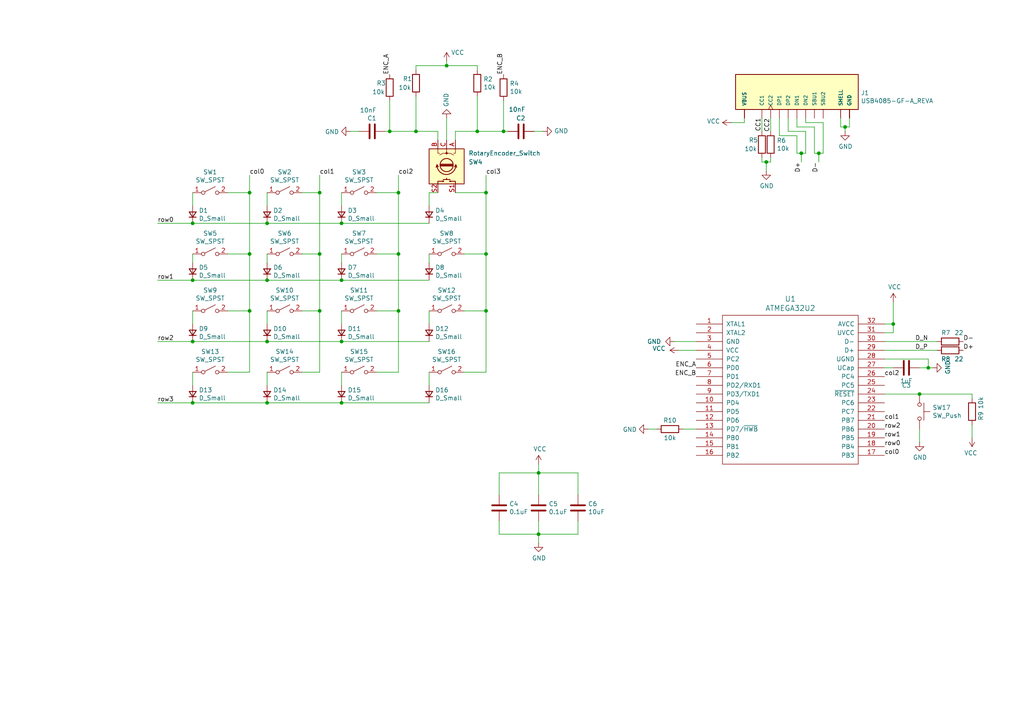
<source format=kicad_sch>
(kicad_sch (version 20211123) (generator eeschema)

  (uuid 5a59c885-5ba9-4a18-9885-fbc96b71fc5c)

  (paper "A4")

  (lib_symbols
    (symbol "Device:C" (pin_numbers hide) (pin_names (offset 0.254)) (in_bom yes) (on_board yes)
      (property "Reference" "C" (id 0) (at 0.635 2.54 0)
        (effects (font (size 1.27 1.27)) (justify left))
      )
      (property "Value" "C" (id 1) (at 0.635 -2.54 0)
        (effects (font (size 1.27 1.27)) (justify left))
      )
      (property "Footprint" "" (id 2) (at 0.9652 -3.81 0)
        (effects (font (size 1.27 1.27)) hide)
      )
      (property "Datasheet" "~" (id 3) (at 0 0 0)
        (effects (font (size 1.27 1.27)) hide)
      )
      (property "ki_keywords" "cap capacitor" (id 4) (at 0 0 0)
        (effects (font (size 1.27 1.27)) hide)
      )
      (property "ki_description" "Unpolarized capacitor" (id 5) (at 0 0 0)
        (effects (font (size 1.27 1.27)) hide)
      )
      (property "ki_fp_filters" "C_*" (id 6) (at 0 0 0)
        (effects (font (size 1.27 1.27)) hide)
      )
      (symbol "C_0_1"
        (polyline
          (pts
            (xy -2.032 -0.762)
            (xy 2.032 -0.762)
          )
          (stroke (width 0.508) (type default) (color 0 0 0 0))
          (fill (type none))
        )
        (polyline
          (pts
            (xy -2.032 0.762)
            (xy 2.032 0.762)
          )
          (stroke (width 0.508) (type default) (color 0 0 0 0))
          (fill (type none))
        )
      )
      (symbol "C_1_1"
        (pin passive line (at 0 3.81 270) (length 2.794)
          (name "~" (effects (font (size 1.27 1.27))))
          (number "1" (effects (font (size 1.27 1.27))))
        )
        (pin passive line (at 0 -3.81 90) (length 2.794)
          (name "~" (effects (font (size 1.27 1.27))))
          (number "2" (effects (font (size 1.27 1.27))))
        )
      )
    )
    (symbol "Device:D_Small" (pin_numbers hide) (pin_names (offset 0.254) hide) (in_bom yes) (on_board yes)
      (property "Reference" "D" (id 0) (at -1.27 2.032 0)
        (effects (font (size 1.27 1.27)) (justify left))
      )
      (property "Value" "D_Small" (id 1) (at -3.81 -2.032 0)
        (effects (font (size 1.27 1.27)) (justify left))
      )
      (property "Footprint" "" (id 2) (at 0 0 90)
        (effects (font (size 1.27 1.27)) hide)
      )
      (property "Datasheet" "~" (id 3) (at 0 0 90)
        (effects (font (size 1.27 1.27)) hide)
      )
      (property "ki_keywords" "diode" (id 4) (at 0 0 0)
        (effects (font (size 1.27 1.27)) hide)
      )
      (property "ki_description" "Diode, small symbol" (id 5) (at 0 0 0)
        (effects (font (size 1.27 1.27)) hide)
      )
      (property "ki_fp_filters" "TO-???* *_Diode_* *SingleDiode* D_*" (id 6) (at 0 0 0)
        (effects (font (size 1.27 1.27)) hide)
      )
      (symbol "D_Small_0_1"
        (polyline
          (pts
            (xy -0.762 -1.016)
            (xy -0.762 1.016)
          )
          (stroke (width 0.254) (type default) (color 0 0 0 0))
          (fill (type none))
        )
        (polyline
          (pts
            (xy -0.762 0)
            (xy 0.762 0)
          )
          (stroke (width 0) (type default) (color 0 0 0 0))
          (fill (type none))
        )
        (polyline
          (pts
            (xy 0.762 -1.016)
            (xy -0.762 0)
            (xy 0.762 1.016)
            (xy 0.762 -1.016)
          )
          (stroke (width 0.254) (type default) (color 0 0 0 0))
          (fill (type none))
        )
      )
      (symbol "D_Small_1_1"
        (pin passive line (at -2.54 0 0) (length 1.778)
          (name "K" (effects (font (size 1.27 1.27))))
          (number "1" (effects (font (size 1.27 1.27))))
        )
        (pin passive line (at 2.54 0 180) (length 1.778)
          (name "A" (effects (font (size 1.27 1.27))))
          (number "2" (effects (font (size 1.27 1.27))))
        )
      )
    )
    (symbol "Device:R" (pin_numbers hide) (pin_names (offset 0)) (in_bom yes) (on_board yes)
      (property "Reference" "R" (id 0) (at 2.032 0 90)
        (effects (font (size 1.27 1.27)))
      )
      (property "Value" "R" (id 1) (at 0 0 90)
        (effects (font (size 1.27 1.27)))
      )
      (property "Footprint" "" (id 2) (at -1.778 0 90)
        (effects (font (size 1.27 1.27)) hide)
      )
      (property "Datasheet" "~" (id 3) (at 0 0 0)
        (effects (font (size 1.27 1.27)) hide)
      )
      (property "ki_keywords" "R res resistor" (id 4) (at 0 0 0)
        (effects (font (size 1.27 1.27)) hide)
      )
      (property "ki_description" "Resistor" (id 5) (at 0 0 0)
        (effects (font (size 1.27 1.27)) hide)
      )
      (property "ki_fp_filters" "R_*" (id 6) (at 0 0 0)
        (effects (font (size 1.27 1.27)) hide)
      )
      (symbol "R_0_1"
        (rectangle (start -1.016 -2.54) (end 1.016 2.54)
          (stroke (width 0.254) (type default) (color 0 0 0 0))
          (fill (type none))
        )
      )
      (symbol "R_1_1"
        (pin passive line (at 0 3.81 270) (length 1.27)
          (name "~" (effects (font (size 1.27 1.27))))
          (number "1" (effects (font (size 1.27 1.27))))
        )
        (pin passive line (at 0 -3.81 90) (length 1.27)
          (name "~" (effects (font (size 1.27 1.27))))
          (number "2" (effects (font (size 1.27 1.27))))
        )
      )
    )
    (symbol "Device:RotaryEncoder_Switch" (pin_names (offset 0.254) hide) (in_bom yes) (on_board yes)
      (property "Reference" "SW" (id 0) (at 0 6.604 0)
        (effects (font (size 1.27 1.27)))
      )
      (property "Value" "RotaryEncoder_Switch" (id 1) (at 0 -6.604 0)
        (effects (font (size 1.27 1.27)))
      )
      (property "Footprint" "" (id 2) (at -3.81 4.064 0)
        (effects (font (size 1.27 1.27)) hide)
      )
      (property "Datasheet" "~" (id 3) (at 0 6.604 0)
        (effects (font (size 1.27 1.27)) hide)
      )
      (property "ki_keywords" "rotary switch encoder switch push button" (id 4) (at 0 0 0)
        (effects (font (size 1.27 1.27)) hide)
      )
      (property "ki_description" "Rotary encoder, dual channel, incremental quadrate outputs, with switch" (id 5) (at 0 0 0)
        (effects (font (size 1.27 1.27)) hide)
      )
      (property "ki_fp_filters" "RotaryEncoder*Switch*" (id 6) (at 0 0 0)
        (effects (font (size 1.27 1.27)) hide)
      )
      (symbol "RotaryEncoder_Switch_0_1"
        (rectangle (start -5.08 5.08) (end 5.08 -5.08)
          (stroke (width 0.254) (type default) (color 0 0 0 0))
          (fill (type background))
        )
        (circle (center -3.81 0) (radius 0.254)
          (stroke (width 0) (type default) (color 0 0 0 0))
          (fill (type outline))
        )
        (arc (start -0.381 -2.794) (mid 2.3622 -0.0635) (end -0.381 2.667)
          (stroke (width 0.254) (type default) (color 0 0 0 0))
          (fill (type none))
        )
        (circle (center -0.381 0) (radius 1.905)
          (stroke (width 0.254) (type default) (color 0 0 0 0))
          (fill (type none))
        )
        (polyline
          (pts
            (xy -0.635 -1.778)
            (xy -0.635 1.778)
          )
          (stroke (width 0.254) (type default) (color 0 0 0 0))
          (fill (type none))
        )
        (polyline
          (pts
            (xy -0.381 -1.778)
            (xy -0.381 1.778)
          )
          (stroke (width 0.254) (type default) (color 0 0 0 0))
          (fill (type none))
        )
        (polyline
          (pts
            (xy -0.127 1.778)
            (xy -0.127 -1.778)
          )
          (stroke (width 0.254) (type default) (color 0 0 0 0))
          (fill (type none))
        )
        (polyline
          (pts
            (xy 3.81 0)
            (xy 3.429 0)
          )
          (stroke (width 0.254) (type default) (color 0 0 0 0))
          (fill (type none))
        )
        (polyline
          (pts
            (xy 3.81 1.016)
            (xy 3.81 -1.016)
          )
          (stroke (width 0.254) (type default) (color 0 0 0 0))
          (fill (type none))
        )
        (polyline
          (pts
            (xy -5.08 -2.54)
            (xy -3.81 -2.54)
            (xy -3.81 -2.032)
          )
          (stroke (width 0) (type default) (color 0 0 0 0))
          (fill (type none))
        )
        (polyline
          (pts
            (xy -5.08 2.54)
            (xy -3.81 2.54)
            (xy -3.81 2.032)
          )
          (stroke (width 0) (type default) (color 0 0 0 0))
          (fill (type none))
        )
        (polyline
          (pts
            (xy 0.254 -3.048)
            (xy -0.508 -2.794)
            (xy 0.127 -2.413)
          )
          (stroke (width 0.254) (type default) (color 0 0 0 0))
          (fill (type none))
        )
        (polyline
          (pts
            (xy 0.254 2.921)
            (xy -0.508 2.667)
            (xy 0.127 2.286)
          )
          (stroke (width 0.254) (type default) (color 0 0 0 0))
          (fill (type none))
        )
        (polyline
          (pts
            (xy 5.08 -2.54)
            (xy 4.318 -2.54)
            (xy 4.318 -1.016)
          )
          (stroke (width 0.254) (type default) (color 0 0 0 0))
          (fill (type none))
        )
        (polyline
          (pts
            (xy 5.08 2.54)
            (xy 4.318 2.54)
            (xy 4.318 1.016)
          )
          (stroke (width 0.254) (type default) (color 0 0 0 0))
          (fill (type none))
        )
        (polyline
          (pts
            (xy -5.08 0)
            (xy -3.81 0)
            (xy -3.81 -1.016)
            (xy -3.302 -2.032)
          )
          (stroke (width 0) (type default) (color 0 0 0 0))
          (fill (type none))
        )
        (polyline
          (pts
            (xy -4.318 0)
            (xy -3.81 0)
            (xy -3.81 1.016)
            (xy -3.302 2.032)
          )
          (stroke (width 0) (type default) (color 0 0 0 0))
          (fill (type none))
        )
        (circle (center 4.318 -1.016) (radius 0.127)
          (stroke (width 0.254) (type default) (color 0 0 0 0))
          (fill (type none))
        )
        (circle (center 4.318 1.016) (radius 0.127)
          (stroke (width 0.254) (type default) (color 0 0 0 0))
          (fill (type none))
        )
      )
      (symbol "RotaryEncoder_Switch_1_1"
        (pin passive line (at -7.62 2.54 0) (length 2.54)
          (name "A" (effects (font (size 1.27 1.27))))
          (number "A" (effects (font (size 1.27 1.27))))
        )
        (pin passive line (at -7.62 -2.54 0) (length 2.54)
          (name "B" (effects (font (size 1.27 1.27))))
          (number "B" (effects (font (size 1.27 1.27))))
        )
        (pin passive line (at -7.62 0 0) (length 2.54)
          (name "C" (effects (font (size 1.27 1.27))))
          (number "C" (effects (font (size 1.27 1.27))))
        )
        (pin passive line (at 7.62 2.54 180) (length 2.54)
          (name "S1" (effects (font (size 1.27 1.27))))
          (number "S1" (effects (font (size 1.27 1.27))))
        )
        (pin passive line (at 7.62 -2.54 180) (length 2.54)
          (name "S2" (effects (font (size 1.27 1.27))))
          (number "S2" (effects (font (size 1.27 1.27))))
        )
      )
    )
    (symbol "Switch:SW_Push" (pin_numbers hide) (pin_names (offset 1.016) hide) (in_bom yes) (on_board yes)
      (property "Reference" "SW" (id 0) (at 1.27 2.54 0)
        (effects (font (size 1.27 1.27)) (justify left))
      )
      (property "Value" "SW_Push" (id 1) (at 0 -1.524 0)
        (effects (font (size 1.27 1.27)))
      )
      (property "Footprint" "" (id 2) (at 0 5.08 0)
        (effects (font (size 1.27 1.27)) hide)
      )
      (property "Datasheet" "~" (id 3) (at 0 5.08 0)
        (effects (font (size 1.27 1.27)) hide)
      )
      (property "ki_keywords" "switch normally-open pushbutton push-button" (id 4) (at 0 0 0)
        (effects (font (size 1.27 1.27)) hide)
      )
      (property "ki_description" "Push button switch, generic, two pins" (id 5) (at 0 0 0)
        (effects (font (size 1.27 1.27)) hide)
      )
      (symbol "SW_Push_0_1"
        (circle (center -2.032 0) (radius 0.508)
          (stroke (width 0) (type default) (color 0 0 0 0))
          (fill (type none))
        )
        (polyline
          (pts
            (xy 0 1.27)
            (xy 0 3.048)
          )
          (stroke (width 0) (type default) (color 0 0 0 0))
          (fill (type none))
        )
        (polyline
          (pts
            (xy 2.54 1.27)
            (xy -2.54 1.27)
          )
          (stroke (width 0) (type default) (color 0 0 0 0))
          (fill (type none))
        )
        (circle (center 2.032 0) (radius 0.508)
          (stroke (width 0) (type default) (color 0 0 0 0))
          (fill (type none))
        )
        (pin passive line (at -5.08 0 0) (length 2.54)
          (name "1" (effects (font (size 1.27 1.27))))
          (number "1" (effects (font (size 1.27 1.27))))
        )
        (pin passive line (at 5.08 0 180) (length 2.54)
          (name "2" (effects (font (size 1.27 1.27))))
          (number "2" (effects (font (size 1.27 1.27))))
        )
      )
    )
    (symbol "Switch:SW_SPST" (pin_names (offset 0) hide) (in_bom yes) (on_board yes)
      (property "Reference" "SW" (id 0) (at 0 3.175 0)
        (effects (font (size 1.27 1.27)))
      )
      (property "Value" "SW_SPST" (id 1) (at 0 -2.54 0)
        (effects (font (size 1.27 1.27)))
      )
      (property "Footprint" "" (id 2) (at 0 0 0)
        (effects (font (size 1.27 1.27)) hide)
      )
      (property "Datasheet" "~" (id 3) (at 0 0 0)
        (effects (font (size 1.27 1.27)) hide)
      )
      (property "ki_keywords" "switch lever" (id 4) (at 0 0 0)
        (effects (font (size 1.27 1.27)) hide)
      )
      (property "ki_description" "Single Pole Single Throw (SPST) switch" (id 5) (at 0 0 0)
        (effects (font (size 1.27 1.27)) hide)
      )
      (symbol "SW_SPST_0_0"
        (circle (center -2.032 0) (radius 0.508)
          (stroke (width 0) (type default) (color 0 0 0 0))
          (fill (type none))
        )
        (polyline
          (pts
            (xy -1.524 0.254)
            (xy 1.524 1.778)
          )
          (stroke (width 0) (type default) (color 0 0 0 0))
          (fill (type none))
        )
        (circle (center 2.032 0) (radius 0.508)
          (stroke (width 0) (type default) (color 0 0 0 0))
          (fill (type none))
        )
      )
      (symbol "SW_SPST_1_1"
        (pin passive line (at -5.08 0 0) (length 2.54)
          (name "A" (effects (font (size 1.27 1.27))))
          (number "1" (effects (font (size 1.27 1.27))))
        )
        (pin passive line (at 5.08 0 180) (length 2.54)
          (name "B" (effects (font (size 1.27 1.27))))
          (number "2" (effects (font (size 1.27 1.27))))
        )
      )
    )
    (symbol "USB_C_2.0:USB4085-GF-A_REVA" (pin_numbers hide) (pin_names (offset 1.016)) (in_bom yes) (on_board yes)
      (property "Reference" "J" (id 0) (at -5.1054 18.3134 0)
        (effects (font (size 1.27 1.27)) (justify left bottom))
      )
      (property "Value" "USB_C_2.0_USB4085-GF-A_REVA" (id 1) (at -5.1054 -20.3708 0)
        (effects (font (size 1.27 1.27)) (justify left bottom))
      )
      (property "Footprint" "GCT_USB4085-GF-A_REVA" (id 2) (at 0 0 0)
        (effects (font (size 1.27 1.27)) (justify left bottom) hide)
      )
      (property "Datasheet" "" (id 3) (at 0 0 0)
        (effects (font (size 1.27 1.27)) (justify left bottom) hide)
      )
      (property "MAXIMUM_PACKAGE_HEIGHT" "3.46mm" (id 4) (at 0 0 0)
        (effects (font (size 1.27 1.27)) (justify left bottom) hide)
      )
      (property "STANDARD" "Manufacturer Recommendations" (id 5) (at 0 0 0)
        (effects (font (size 1.27 1.27)) (justify left bottom) hide)
      )
      (property "PARTREV" "A2" (id 6) (at 0 0 0)
        (effects (font (size 1.27 1.27)) (justify left bottom) hide)
      )
      (property "MANUFACTURER" "Global Connector Technology" (id 7) (at 0 0 0)
        (effects (font (size 1.27 1.27)) (justify left bottom) hide)
      )
      (property "ki_locked" "" (id 8) (at 0 0 0)
        (effects (font (size 1.27 1.27)))
      )
      (symbol "USB4085-GF-A_REVA_0_0"
        (rectangle (start -5.08 -17.78) (end 5.08 17.78)
          (stroke (width 0.254) (type default) (color 0 0 0 0))
          (fill (type background))
        )
        (pin passive line (at -7.62 -15.24 0) (length 2.54)
          (name "GND" (effects (font (size 1.016 1.016))))
          (number "A1" (effects (font (size 1.016 1.016))))
        )
        (pin passive line (at -7.62 -15.24 0) (length 2.54)
          (name "GND" (effects (font (size 1.016 1.016))))
          (number "A12" (effects (font (size 1.016 1.016))))
        )
        (pin power_in line (at -7.62 15.24 0) (length 2.54)
          (name "VBUS" (effects (font (size 1.016 1.016))))
          (number "A4" (effects (font (size 1.016 1.016))))
        )
        (pin bidirectional line (at -7.62 10.16 0) (length 2.54)
          (name "CC1" (effects (font (size 1.016 1.016))))
          (number "A5" (effects (font (size 1.016 1.016))))
        )
        (pin bidirectional line (at -7.62 5.08 0) (length 2.54)
          (name "DP1" (effects (font (size 1.016 1.016))))
          (number "A6" (effects (font (size 1.016 1.016))))
        )
        (pin bidirectional line (at -7.62 0 0) (length 2.54)
          (name "DN1" (effects (font (size 1.016 1.016))))
          (number "A7" (effects (font (size 1.016 1.016))))
        )
        (pin bidirectional line (at -7.62 -5.08 0) (length 2.54)
          (name "SBU1" (effects (font (size 1.016 1.016))))
          (number "A8" (effects (font (size 1.016 1.016))))
        )
        (pin power_in line (at -7.62 15.24 0) (length 2.54)
          (name "VBUS" (effects (font (size 1.016 1.016))))
          (number "A9" (effects (font (size 1.016 1.016))))
        )
        (pin passive line (at -7.62 -15.24 0) (length 2.54)
          (name "GND" (effects (font (size 1.016 1.016))))
          (number "B1" (effects (font (size 1.016 1.016))))
        )
        (pin passive line (at -7.62 -15.24 0) (length 2.54)
          (name "GND" (effects (font (size 1.016 1.016))))
          (number "B12" (effects (font (size 1.016 1.016))))
        )
        (pin power_in line (at -7.62 15.24 0) (length 2.54)
          (name "VBUS" (effects (font (size 1.016 1.016))))
          (number "B4" (effects (font (size 1.016 1.016))))
        )
        (pin bidirectional clock (at -7.62 7.62 0) (length 2.54)
          (name "CC2" (effects (font (size 1.016 1.016))))
          (number "B5" (effects (font (size 1.016 1.016))))
        )
        (pin bidirectional line (at -7.62 2.54 0) (length 2.54)
          (name "DP2" (effects (font (size 1.016 1.016))))
          (number "B6" (effects (font (size 1.016 1.016))))
        )
        (pin bidirectional line (at -7.62 -2.54 0) (length 2.54)
          (name "DN2" (effects (font (size 1.016 1.016))))
          (number "B7" (effects (font (size 1.016 1.016))))
        )
        (pin bidirectional line (at -7.62 -7.62 0) (length 2.54)
          (name "SBU2" (effects (font (size 1.016 1.016))))
          (number "B8" (effects (font (size 1.016 1.016))))
        )
        (pin power_in line (at -7.62 15.24 0) (length 2.54)
          (name "VBUS" (effects (font (size 1.016 1.016))))
          (number "B9" (effects (font (size 1.016 1.016))))
        )
        (pin passive line (at -7.62 -12.7 0) (length 2.54)
          (name "SHELL" (effects (font (size 1.016 1.016))))
          (number "P1" (effects (font (size 1.016 1.016))))
        )
        (pin passive line (at -7.62 -12.7 0) (length 2.54)
          (name "SHELL" (effects (font (size 1.016 1.016))))
          (number "P2" (effects (font (size 1.016 1.016))))
        )
        (pin passive line (at -7.62 -12.7 0) (length 2.54)
          (name "SHELL" (effects (font (size 1.016 1.016))))
          (number "P3" (effects (font (size 1.016 1.016))))
        )
        (pin passive line (at -7.62 -12.7 0) (length 2.54)
          (name "SHELL" (effects (font (size 1.016 1.016))))
          (number "P4" (effects (font (size 1.016 1.016))))
        )
      )
    )
    (symbol "keyboard:ATMEGA32U2" (pin_names (offset 1.016)) (in_bom yes) (on_board yes)
      (property "Reference" "U" (id 0) (at 0 -24.13 0)
        (effects (font (size 1.524 1.524)))
      )
      (property "Value" "keyboard_ATMEGA32U2" (id 1) (at 0 24.13 0)
        (effects (font (size 1.524 1.524)))
      )
      (property "Footprint" "" (id 2) (at 0 -7.62 0)
        (effects (font (size 1.524 1.524)))
      )
      (property "Datasheet" "" (id 3) (at 0 -7.62 0)
        (effects (font (size 1.524 1.524)))
      )
      (symbol "ATMEGA32U2_0_1"
        (rectangle (start -19.05 21.59) (end 20.32 -21.59)
          (stroke (width 0) (type default) (color 0 0 0 0))
          (fill (type none))
        )
      )
      (symbol "ATMEGA32U2_1_1"
        (pin input line (at -26.67 19.05 0) (length 7.62)
          (name "XTAL1" (effects (font (size 1.27 1.27))))
          (number "1" (effects (font (size 1.27 1.27))))
        )
        (pin bidirectional line (at -26.67 -3.81 0) (length 7.62)
          (name "PD4" (effects (font (size 1.27 1.27))))
          (number "10" (effects (font (size 1.27 1.27))))
        )
        (pin bidirectional line (at -26.67 -6.35 0) (length 7.62)
          (name "PD5" (effects (font (size 1.27 1.27))))
          (number "11" (effects (font (size 1.27 1.27))))
        )
        (pin bidirectional line (at -26.67 -8.89 0) (length 7.62)
          (name "PD6" (effects (font (size 1.27 1.27))))
          (number "12" (effects (font (size 1.27 1.27))))
        )
        (pin input line (at -26.67 -11.43 0) (length 7.62)
          (name "PD7/~{HWB}" (effects (font (size 1.27 1.27))))
          (number "13" (effects (font (size 1.27 1.27))))
        )
        (pin bidirectional line (at -26.67 -13.97 0) (length 7.62)
          (name "PB0" (effects (font (size 1.27 1.27))))
          (number "14" (effects (font (size 1.27 1.27))))
        )
        (pin bidirectional line (at -26.67 -16.51 0) (length 7.62)
          (name "PB1" (effects (font (size 1.27 1.27))))
          (number "15" (effects (font (size 1.27 1.27))))
        )
        (pin bidirectional line (at -26.67 -19.05 0) (length 7.62)
          (name "PB2" (effects (font (size 1.27 1.27))))
          (number "16" (effects (font (size 1.27 1.27))))
        )
        (pin bidirectional line (at 27.94 -19.05 180) (length 7.62)
          (name "PB3" (effects (font (size 1.27 1.27))))
          (number "17" (effects (font (size 1.27 1.27))))
        )
        (pin bidirectional line (at 27.94 -16.51 180) (length 7.62)
          (name "PB4" (effects (font (size 1.27 1.27))))
          (number "18" (effects (font (size 1.27 1.27))))
        )
        (pin bidirectional line (at 27.94 -13.97 180) (length 7.62)
          (name "PB5" (effects (font (size 1.27 1.27))))
          (number "19" (effects (font (size 1.27 1.27))))
        )
        (pin output line (at -26.67 16.51 0) (length 7.62)
          (name "XTAL2" (effects (font (size 1.27 1.27))))
          (number "2" (effects (font (size 1.27 1.27))))
        )
        (pin bidirectional line (at 27.94 -11.43 180) (length 7.62)
          (name "PB6" (effects (font (size 1.27 1.27))))
          (number "20" (effects (font (size 1.27 1.27))))
        )
        (pin bidirectional line (at 27.94 -8.89 180) (length 7.62)
          (name "PB7" (effects (font (size 1.27 1.27))))
          (number "21" (effects (font (size 1.27 1.27))))
        )
        (pin bidirectional line (at 27.94 -6.35 180) (length 7.62)
          (name "PC7" (effects (font (size 1.27 1.27))))
          (number "22" (effects (font (size 1.27 1.27))))
        )
        (pin bidirectional line (at 27.94 -3.81 180) (length 7.62)
          (name "PC6" (effects (font (size 1.27 1.27))))
          (number "23" (effects (font (size 1.27 1.27))))
        )
        (pin input line (at 27.94 -1.27 180) (length 7.62)
          (name "~{RESET}" (effects (font (size 1.27 1.27))))
          (number "24" (effects (font (size 1.27 1.27))))
        )
        (pin bidirectional line (at 27.94 1.27 180) (length 7.62)
          (name "PC5" (effects (font (size 1.27 1.27))))
          (number "25" (effects (font (size 1.27 1.27))))
        )
        (pin bidirectional line (at 27.94 3.81 180) (length 7.62)
          (name "PC4" (effects (font (size 1.27 1.27))))
          (number "26" (effects (font (size 1.27 1.27))))
        )
        (pin input line (at 27.94 6.35 180) (length 7.62)
          (name "UCap" (effects (font (size 1.27 1.27))))
          (number "27" (effects (font (size 1.27 1.27))))
        )
        (pin power_in line (at 27.94 8.89 180) (length 7.62)
          (name "UGND" (effects (font (size 1.27 1.27))))
          (number "28" (effects (font (size 1.27 1.27))))
        )
        (pin bidirectional line (at 27.94 11.43 180) (length 7.62)
          (name "D+" (effects (font (size 1.27 1.27))))
          (number "29" (effects (font (size 1.27 1.27))))
        )
        (pin power_in line (at -26.67 13.97 0) (length 7.62)
          (name "GND" (effects (font (size 1.27 1.27))))
          (number "3" (effects (font (size 1.27 1.27))))
        )
        (pin bidirectional line (at 27.94 13.97 180) (length 7.62)
          (name "D-" (effects (font (size 1.27 1.27))))
          (number "30" (effects (font (size 1.27 1.27))))
        )
        (pin power_in line (at 27.94 16.51 180) (length 7.62)
          (name "UVCC" (effects (font (size 1.27 1.27))))
          (number "31" (effects (font (size 1.27 1.27))))
        )
        (pin power_in line (at 27.94 19.05 180) (length 7.62)
          (name "AVCC" (effects (font (size 1.27 1.27))))
          (number "32" (effects (font (size 1.27 1.27))))
        )
        (pin power_in line (at -26.67 11.43 0) (length 7.62)
          (name "VCC" (effects (font (size 1.27 1.27))))
          (number "4" (effects (font (size 1.27 1.27))))
        )
        (pin bidirectional line (at -26.67 8.89 0) (length 7.62)
          (name "PC2" (effects (font (size 1.27 1.27))))
          (number "5" (effects (font (size 1.27 1.27))))
        )
        (pin bidirectional line (at -26.67 6.35 0) (length 7.62)
          (name "PD0" (effects (font (size 1.27 1.27))))
          (number "6" (effects (font (size 1.27 1.27))))
        )
        (pin bidirectional line (at -26.67 3.81 0) (length 7.62)
          (name "PD1" (effects (font (size 1.27 1.27))))
          (number "7" (effects (font (size 1.27 1.27))))
        )
        (pin bidirectional line (at -26.67 1.27 0) (length 7.62)
          (name "PD2/RXD1" (effects (font (size 1.27 1.27))))
          (number "8" (effects (font (size 1.27 1.27))))
        )
        (pin bidirectional line (at -26.67 -1.27 0) (length 7.62)
          (name "PD3/TXD1" (effects (font (size 1.27 1.27))))
          (number "9" (effects (font (size 1.27 1.27))))
        )
      )
    )
    (symbol "power:GND" (power) (pin_names (offset 0)) (in_bom yes) (on_board yes)
      (property "Reference" "#PWR" (id 0) (at 0 -6.35 0)
        (effects (font (size 1.27 1.27)) hide)
      )
      (property "Value" "GND" (id 1) (at 0 -3.81 0)
        (effects (font (size 1.27 1.27)))
      )
      (property "Footprint" "" (id 2) (at 0 0 0)
        (effects (font (size 1.27 1.27)) hide)
      )
      (property "Datasheet" "" (id 3) (at 0 0 0)
        (effects (font (size 1.27 1.27)) hide)
      )
      (property "ki_keywords" "power-flag" (id 4) (at 0 0 0)
        (effects (font (size 1.27 1.27)) hide)
      )
      (property "ki_description" "Power symbol creates a global label with name \"GND\" , ground" (id 5) (at 0 0 0)
        (effects (font (size 1.27 1.27)) hide)
      )
      (symbol "GND_0_1"
        (polyline
          (pts
            (xy 0 0)
            (xy 0 -1.27)
            (xy 1.27 -1.27)
            (xy 0 -2.54)
            (xy -1.27 -1.27)
            (xy 0 -1.27)
          )
          (stroke (width 0) (type default) (color 0 0 0 0))
          (fill (type none))
        )
      )
      (symbol "GND_1_1"
        (pin power_in line (at 0 0 270) (length 0) hide
          (name "GND" (effects (font (size 1.27 1.27))))
          (number "1" (effects (font (size 1.27 1.27))))
        )
      )
    )
    (symbol "power:VCC" (power) (pin_names (offset 0)) (in_bom yes) (on_board yes)
      (property "Reference" "#PWR" (id 0) (at 0 -3.81 0)
        (effects (font (size 1.27 1.27)) hide)
      )
      (property "Value" "VCC" (id 1) (at 0 3.81 0)
        (effects (font (size 1.27 1.27)))
      )
      (property "Footprint" "" (id 2) (at 0 0 0)
        (effects (font (size 1.27 1.27)) hide)
      )
      (property "Datasheet" "" (id 3) (at 0 0 0)
        (effects (font (size 1.27 1.27)) hide)
      )
      (property "ki_keywords" "power-flag" (id 4) (at 0 0 0)
        (effects (font (size 1.27 1.27)) hide)
      )
      (property "ki_description" "Power symbol creates a global label with name \"VCC\"" (id 5) (at 0 0 0)
        (effects (font (size 1.27 1.27)) hide)
      )
      (symbol "VCC_0_1"
        (polyline
          (pts
            (xy -0.762 1.27)
            (xy 0 2.54)
          )
          (stroke (width 0) (type default) (color 0 0 0 0))
          (fill (type none))
        )
        (polyline
          (pts
            (xy 0 0)
            (xy 0 2.54)
          )
          (stroke (width 0) (type default) (color 0 0 0 0))
          (fill (type none))
        )
        (polyline
          (pts
            (xy 0 2.54)
            (xy 0.762 1.27)
          )
          (stroke (width 0) (type default) (color 0 0 0 0))
          (fill (type none))
        )
      )
      (symbol "VCC_1_1"
        (pin power_in line (at 0 0 90) (length 0) hide
          (name "VCC" (effects (font (size 1.27 1.27))))
          (number "1" (effects (font (size 1.27 1.27))))
        )
      )
    )
  )

  (junction (at 259.08 93.98) (diameter 0) (color 0 0 0 0)
    (uuid 03748331-c066-4d57-aa54-2f8ca06e3f46)
  )
  (junction (at 92.71 55.88) (diameter 0) (color 0 0 0 0)
    (uuid 10dc7016-051a-44ee-9dea-5a6b1cfcd3c2)
  )
  (junction (at 269.24 106.68) (diameter 0) (color 0 0 0 0)
    (uuid 13bc5665-b353-441d-9f36-59e1512015c5)
  )
  (junction (at 77.47 81.28) (diameter 0) (color 0 0 0 0)
    (uuid 150d429e-0fc4-4330-ad63-4e82c6aa373c)
  )
  (junction (at 138.43 38.1) (diameter 0) (color 0 0 0 0)
    (uuid 1f26eb8c-b8ff-4a88-b504-57d250986179)
  )
  (junction (at 232.41 44.45) (diameter 0) (color 0 0 0 0)
    (uuid 252cda77-0297-4658-be81-0daea8195b13)
  )
  (junction (at 140.97 90.17) (diameter 0) (color 0 0 0 0)
    (uuid 2d76d44e-bef1-4a6c-b61d-cfdeee548ee5)
  )
  (junction (at 72.39 55.88) (diameter 0) (color 0 0 0 0)
    (uuid 346c1f97-8db3-4361-9634-96f76843e5d2)
  )
  (junction (at 266.7 114.3) (diameter 0) (color 0 0 0 0)
    (uuid 364f7b23-ab38-42e3-8bd0-064129274306)
  )
  (junction (at 120.65 38.1) (diameter 0) (color 0 0 0 0)
    (uuid 3f07fa45-ae0c-4c42-bdea-35dd0f495379)
  )
  (junction (at 77.47 99.06) (diameter 0) (color 0 0 0 0)
    (uuid 43118421-0739-4346-a876-4d4c2d81c6d9)
  )
  (junction (at 55.88 64.77) (diameter 0) (color 0 0 0 0)
    (uuid 460bea37-a047-43f6-a429-84bbd922c884)
  )
  (junction (at 115.57 73.66) (diameter 0) (color 0 0 0 0)
    (uuid 4f130b8f-267f-42da-9ae6-311af1268759)
  )
  (junction (at 115.57 90.17) (diameter 0) (color 0 0 0 0)
    (uuid 6be4222b-639e-4a49-944f-018446ef598f)
  )
  (junction (at 156.21 154.94) (diameter 0) (color 0 0 0 0)
    (uuid 72e72cc1-10bf-4bad-8b18-04e994c8c31d)
  )
  (junction (at 55.88 99.06) (diameter 0) (color 0 0 0 0)
    (uuid 752e6645-4cfa-43fa-92ab-a82e723fd29a)
  )
  (junction (at 55.88 116.84) (diameter 0) (color 0 0 0 0)
    (uuid 84daf799-92ec-4828-aa6f-a0cf599da07c)
  )
  (junction (at 222.25 46.99) (diameter 0) (color 0 0 0 0)
    (uuid 899023e0-9318-4936-bcc3-7754bbd09277)
  )
  (junction (at 99.06 64.77) (diameter 0) (color 0 0 0 0)
    (uuid 8c40f36e-c660-4e3f-bacf-945ccf8cff0b)
  )
  (junction (at 77.47 116.84) (diameter 0) (color 0 0 0 0)
    (uuid 8d8dc334-62e5-4a52-83be-6a59b9b80a47)
  )
  (junction (at 113.03 38.1) (diameter 0) (color 0 0 0 0)
    (uuid 8eebe15f-c8ec-47c9-82b7-0e8e43155dd1)
  )
  (junction (at 245.11 36.83) (diameter 0) (color 0 0 0 0)
    (uuid 99f32141-9573-4c1d-adc2-894e0513462c)
  )
  (junction (at 92.71 90.17) (diameter 0) (color 0 0 0 0)
    (uuid 9c156986-941e-4403-bce1-3b3a830105f2)
  )
  (junction (at 237.49 44.45) (diameter 0) (color 0 0 0 0)
    (uuid a16f80ce-37a2-43b6-9ac0-7eff090aad45)
  )
  (junction (at 140.97 73.66) (diameter 0) (color 0 0 0 0)
    (uuid a1a06038-3354-4309-87b4-f7f43a2b0faf)
  )
  (junction (at 92.71 73.66) (diameter 0) (color 0 0 0 0)
    (uuid aa8d2f8d-5f9a-4547-9401-1ce8b9aa0b5e)
  )
  (junction (at 72.39 90.17) (diameter 0) (color 0 0 0 0)
    (uuid ae0e5093-e244-40f0-a299-94b8ffa3abe5)
  )
  (junction (at 99.06 99.06) (diameter 0) (color 0 0 0 0)
    (uuid b402cf56-eefa-4d3a-9c74-fc887e5476f0)
  )
  (junction (at 77.47 64.77) (diameter 0) (color 0 0 0 0)
    (uuid bc132226-2fe2-4c28-9c67-482abb7babf7)
  )
  (junction (at 55.88 81.28) (diameter 0) (color 0 0 0 0)
    (uuid bdb6ecf3-536d-4e64-9a43-14febf0e5322)
  )
  (junction (at 99.06 81.28) (diameter 0) (color 0 0 0 0)
    (uuid bf0870b4-91b0-4f0e-8976-45b812b1b4e4)
  )
  (junction (at 72.39 73.66) (diameter 0) (color 0 0 0 0)
    (uuid cb10a2d8-c851-4d7a-bc52-8b99e376d1af)
  )
  (junction (at 146.05 38.1) (diameter 0) (color 0 0 0 0)
    (uuid dac57e89-0abc-4832-a2a8-046018267540)
  )
  (junction (at 99.06 116.84) (diameter 0) (color 0 0 0 0)
    (uuid dde17fb4-eeb4-4d49-bb8c-683da33d41e9)
  )
  (junction (at 115.57 55.88) (diameter 0) (color 0 0 0 0)
    (uuid e97bf12f-6357-4920-8dac-9707bf079ba9)
  )
  (junction (at 140.97 55.88) (diameter 0) (color 0 0 0 0)
    (uuid ed0b182c-31e1-4e75-8726-ffb5b665ed77)
  )
  (junction (at 156.21 137.16) (diameter 0) (color 0 0 0 0)
    (uuid f1dbc5df-b393-4115-8517-40dcc9e91ecf)
  )
  (junction (at 129.54 19.05) (diameter 0) (color 0 0 0 0)
    (uuid f4618723-5941-418d-b6da-edc07bef531b)
  )

  (wire (pts (xy 77.47 93.98) (xy 77.47 90.17))
    (stroke (width 0) (type default) (color 0 0 0 0))
    (uuid 0360f3a4-b77b-4f16-a35b-4ae2b0fa38f0)
  )
  (wire (pts (xy 144.78 154.94) (xy 156.21 154.94))
    (stroke (width 0) (type default) (color 0 0 0 0))
    (uuid 052e1588-3d10-4882-8522-7ef5c69d2fb5)
  )
  (wire (pts (xy 109.22 73.66) (xy 115.57 73.66))
    (stroke (width 0) (type default) (color 0 0 0 0))
    (uuid 0571728d-bf0a-40b1-9bdc-77f11a2cfb3d)
  )
  (wire (pts (xy 99.06 111.76) (xy 99.06 107.95))
    (stroke (width 0) (type default) (color 0 0 0 0))
    (uuid 06510899-63cd-4ba6-a2bd-944fc8588c2e)
  )
  (wire (pts (xy 281.94 127) (xy 281.94 123.19))
    (stroke (width 0) (type default) (color 0 0 0 0))
    (uuid 07077581-4613-4251-b8e2-eb818a969a8a)
  )
  (wire (pts (xy 55.88 81.28) (xy 77.47 81.28))
    (stroke (width 0) (type default) (color 0 0 0 0))
    (uuid 0a7b755c-9edc-4661-b36a-37544743e4e7)
  )
  (wire (pts (xy 55.88 64.77) (xy 77.47 64.77))
    (stroke (width 0) (type default) (color 0 0 0 0))
    (uuid 0f9726cd-e7a7-48ba-a8a8-b999a75e9200)
  )
  (wire (pts (xy 167.64 154.94) (xy 167.64 151.13))
    (stroke (width 0) (type default) (color 0 0 0 0))
    (uuid 10f4b14f-a3f2-45ee-990e-884505edc545)
  )
  (wire (pts (xy 45.72 116.84) (xy 55.88 116.84))
    (stroke (width 0) (type default) (color 0 0 0 0))
    (uuid 158912ed-5283-445d-8566-cdff0f6def98)
  )
  (wire (pts (xy 138.43 19.05) (xy 129.54 19.05))
    (stroke (width 0) (type default) (color 0 0 0 0))
    (uuid 162f3334-ae86-4c21-88bb-59803d3cc693)
  )
  (wire (pts (xy 231.14 36.83) (xy 231.14 34.29))
    (stroke (width 0) (type default) (color 0 0 0 0))
    (uuid 16aa097c-165b-4d62-b2db-f0ef2c26b85c)
  )
  (wire (pts (xy 120.65 19.05) (xy 120.65 20.32))
    (stroke (width 0) (type default) (color 0 0 0 0))
    (uuid 17eecbae-157b-46f2-923e-23d3d914fcb4)
  )
  (wire (pts (xy 238.76 35.56) (xy 233.68 35.56))
    (stroke (width 0) (type default) (color 0 0 0 0))
    (uuid 1dd52c0d-fca4-40e3-a66e-63a630188b65)
  )
  (wire (pts (xy 231.14 44.45) (xy 232.41 44.45))
    (stroke (width 0) (type default) (color 0 0 0 0))
    (uuid 1f11b6f3-f263-4946-8266-e5e879b69444)
  )
  (wire (pts (xy 109.22 55.88) (xy 115.57 55.88))
    (stroke (width 0) (type default) (color 0 0 0 0))
    (uuid 20a309ab-1298-4d57-a321-657802c2f8c3)
  )
  (wire (pts (xy 223.52 46.99) (xy 222.25 46.99))
    (stroke (width 0) (type default) (color 0 0 0 0))
    (uuid 2134ed84-848d-4500-99c0-e211d8bc59e3)
  )
  (wire (pts (xy 66.04 90.17) (xy 72.39 90.17))
    (stroke (width 0) (type default) (color 0 0 0 0))
    (uuid 213dcde5-6833-434e-9e07-a4201a97bed4)
  )
  (wire (pts (xy 45.72 81.28) (xy 55.88 81.28))
    (stroke (width 0) (type default) (color 0 0 0 0))
    (uuid 214d0301-8c75-4921-a6d6-1627e2251a27)
  )
  (wire (pts (xy 129.54 34.29) (xy 129.54 40.64))
    (stroke (width 0) (type default) (color 0 0 0 0))
    (uuid 215ebf72-a00d-41e4-96a1-09e4188ab037)
  )
  (wire (pts (xy 124.46 55.88) (xy 124.46 59.69))
    (stroke (width 0) (type default) (color 0 0 0 0))
    (uuid 21fca7ed-60db-4328-b972-0ac36c19f4b4)
  )
  (wire (pts (xy 156.21 137.16) (xy 156.21 134.62))
    (stroke (width 0) (type default) (color 0 0 0 0))
    (uuid 27105bf6-d25e-43b2-9995-951213911b71)
  )
  (wire (pts (xy 72.39 50.8) (xy 72.39 55.88))
    (stroke (width 0) (type default) (color 0 0 0 0))
    (uuid 28637788-f991-4e02-bbe8-3ca3781fa436)
  )
  (wire (pts (xy 55.88 76.2) (xy 55.88 73.66))
    (stroke (width 0) (type default) (color 0 0 0 0))
    (uuid 2ea128a7-52a4-40f8-af72-c940669cdcd0)
  )
  (wire (pts (xy 92.71 90.17) (xy 92.71 107.95))
    (stroke (width 0) (type default) (color 0 0 0 0))
    (uuid 2eb6afcc-88a1-4a7c-a78f-f352f8eca5ca)
  )
  (wire (pts (xy 223.52 45.72) (xy 223.52 46.99))
    (stroke (width 0) (type default) (color 0 0 0 0))
    (uuid 2f427193-2544-4449-857d-6ca8e9328ffa)
  )
  (wire (pts (xy 134.62 107.95) (xy 140.97 107.95))
    (stroke (width 0) (type default) (color 0 0 0 0))
    (uuid 30724bc2-9409-4ff9-9f1d-57420da965e0)
  )
  (wire (pts (xy 156.21 154.94) (xy 156.21 157.48))
    (stroke (width 0) (type default) (color 0 0 0 0))
    (uuid 3134b71b-94df-4d19-a697-2cd2ff759022)
  )
  (wire (pts (xy 92.71 55.88) (xy 92.71 73.66))
    (stroke (width 0) (type default) (color 0 0 0 0))
    (uuid 3292d7ff-18d5-44ea-aded-a29445e2ee3b)
  )
  (wire (pts (xy 113.03 38.1) (xy 120.65 38.1))
    (stroke (width 0) (type default) (color 0 0 0 0))
    (uuid 346bc210-f430-47c0-b8af-a0bc72ed9e78)
  )
  (wire (pts (xy 269.24 104.14) (xy 269.24 106.68))
    (stroke (width 0) (type default) (color 0 0 0 0))
    (uuid 3adeb4c3-fe89-40a0-839d-e328727a94fb)
  )
  (wire (pts (xy 256.54 104.14) (xy 269.24 104.14))
    (stroke (width 0) (type default) (color 0 0 0 0))
    (uuid 3b06656e-03c2-4abd-b0b5-d62e2da595dc)
  )
  (wire (pts (xy 228.6 34.29) (xy 228.6 38.1))
    (stroke (width 0) (type default) (color 0 0 0 0))
    (uuid 3c37b3dd-ced5-4c2a-abd6-20ff7f260608)
  )
  (wire (pts (xy 195.58 99.06) (xy 201.93 99.06))
    (stroke (width 0) (type default) (color 0 0 0 0))
    (uuid 3cccd899-baa5-4c47-ae9d-50438a1ca76e)
  )
  (wire (pts (xy 231.14 39.37) (xy 231.14 44.45))
    (stroke (width 0) (type default) (color 0 0 0 0))
    (uuid 3db993b2-028e-4fe5-ae77-9af003e87612)
  )
  (wire (pts (xy 144.78 143.51) (xy 144.78 137.16))
    (stroke (width 0) (type default) (color 0 0 0 0))
    (uuid 3e36ab66-1e68-4565-b340-48ef54c5f43a)
  )
  (wire (pts (xy 187.96 124.46) (xy 190.5 124.46))
    (stroke (width 0) (type default) (color 0 0 0 0))
    (uuid 3f8abd62-9048-4be2-be46-7f58d9159afa)
  )
  (wire (pts (xy 140.97 55.88) (xy 140.97 73.66))
    (stroke (width 0) (type default) (color 0 0 0 0))
    (uuid 3fada296-287e-4c5d-a2d7-b65eae35a9a0)
  )
  (wire (pts (xy 55.88 116.84) (xy 77.47 116.84))
    (stroke (width 0) (type default) (color 0 0 0 0))
    (uuid 430eadd0-c906-4531-a5e0-c90f86d7b63d)
  )
  (wire (pts (xy 99.06 93.98) (xy 99.06 90.17))
    (stroke (width 0) (type default) (color 0 0 0 0))
    (uuid 464a45fd-f5a1-4d41-87ab-a4cbc6c8e9be)
  )
  (wire (pts (xy 120.65 38.1) (xy 127 38.1))
    (stroke (width 0) (type default) (color 0 0 0 0))
    (uuid 4818b1a2-1f92-4183-bba9-bd28ed95581b)
  )
  (wire (pts (xy 140.97 90.17) (xy 140.97 107.95))
    (stroke (width 0) (type default) (color 0 0 0 0))
    (uuid 491fa055-d3b9-464e-a08b-cf4fbe92015f)
  )
  (wire (pts (xy 156.21 154.94) (xy 167.64 154.94))
    (stroke (width 0) (type default) (color 0 0 0 0))
    (uuid 4b67d223-90b5-4fe0-89a1-84d28e97e760)
  )
  (wire (pts (xy 115.57 73.66) (xy 115.57 90.17))
    (stroke (width 0) (type default) (color 0 0 0 0))
    (uuid 4cbe2a39-bca4-4293-85ad-15c3b3f27304)
  )
  (wire (pts (xy 55.88 55.88) (xy 55.88 59.69))
    (stroke (width 0) (type default) (color 0 0 0 0))
    (uuid 4ed70811-c8d4-4de3-9055-2b61827964a3)
  )
  (wire (pts (xy 101.6 38.1) (xy 104.14 38.1))
    (stroke (width 0) (type default) (color 0 0 0 0))
    (uuid 4f375c6c-d185-488c-b32e-34657d729ee6)
  )
  (wire (pts (xy 269.24 106.68) (xy 266.7 106.68))
    (stroke (width 0) (type default) (color 0 0 0 0))
    (uuid 533174e5-fa54-4404-a5a9-d97d4a2903c3)
  )
  (wire (pts (xy 124.46 99.06) (xy 99.06 99.06))
    (stroke (width 0) (type default) (color 0 0 0 0))
    (uuid 54d03647-0939-4ea5-a0e4-6c4e6f9fd042)
  )
  (wire (pts (xy 154.94 38.1) (xy 157.48 38.1))
    (stroke (width 0) (type default) (color 0 0 0 0))
    (uuid 5aa65b90-b0a2-4bf7-9ee0-3709aa7491b0)
  )
  (wire (pts (xy 129.54 19.05) (xy 120.65 19.05))
    (stroke (width 0) (type default) (color 0 0 0 0))
    (uuid 5b23c970-8891-4110-8945-f3c3814685bc)
  )
  (wire (pts (xy 156.21 151.13) (xy 156.21 154.94))
    (stroke (width 0) (type default) (color 0 0 0 0))
    (uuid 5d09d6c7-c8e2-47a4-9a31-bc7069da0fda)
  )
  (wire (pts (xy 237.49 44.45) (xy 238.76 44.45))
    (stroke (width 0) (type default) (color 0 0 0 0))
    (uuid 5f3933a0-fd0a-4f4b-80bc-1440580167ec)
  )
  (wire (pts (xy 99.06 76.2) (xy 99.06 73.66))
    (stroke (width 0) (type default) (color 0 0 0 0))
    (uuid 652a3986-c2c2-4660-b8a2-20a71a3bf81d)
  )
  (wire (pts (xy 256.54 96.52) (xy 259.08 96.52))
    (stroke (width 0) (type default) (color 0 0 0 0))
    (uuid 66ce5299-8a41-4f6e-948e-e38e891630ce)
  )
  (wire (pts (xy 228.6 38.1) (xy 233.68 38.1))
    (stroke (width 0) (type default) (color 0 0 0 0))
    (uuid 66f4530e-08ee-40bf-ac10-c820cb0959c7)
  )
  (wire (pts (xy 245.11 36.83) (xy 245.11 38.1))
    (stroke (width 0) (type default) (color 0 0 0 0))
    (uuid 66f6c454-1819-42e3-98dd-fb819b52f248)
  )
  (wire (pts (xy 99.06 59.69) (xy 99.06 55.88))
    (stroke (width 0) (type default) (color 0 0 0 0))
    (uuid 698325b3-d883-4a3a-9f0d-4c9b566a85e1)
  )
  (wire (pts (xy 115.57 50.8) (xy 115.57 55.88))
    (stroke (width 0) (type default) (color 0 0 0 0))
    (uuid 6984ff1a-d50c-4d44-a774-955acf71d01f)
  )
  (wire (pts (xy 92.71 73.66) (xy 92.71 90.17))
    (stroke (width 0) (type default) (color 0 0 0 0))
    (uuid 6bc68de8-1807-4d4b-9154-d87389963a2a)
  )
  (wire (pts (xy 167.64 137.16) (xy 156.21 137.16))
    (stroke (width 0) (type default) (color 0 0 0 0))
    (uuid 6c347053-8fc9-4fd0-999a-80cd1d05ea04)
  )
  (wire (pts (xy 77.47 116.84) (xy 99.06 116.84))
    (stroke (width 0) (type default) (color 0 0 0 0))
    (uuid 7050fd35-40b9-48ac-857a-b23604ee0ce5)
  )
  (wire (pts (xy 77.47 64.77) (xy 99.06 64.77))
    (stroke (width 0) (type default) (color 0 0 0 0))
    (uuid 7339aa59-f53d-4cf4-9ac4-fcb3af848197)
  )
  (wire (pts (xy 220.98 46.99) (xy 222.25 46.99))
    (stroke (width 0) (type default) (color 0 0 0 0))
    (uuid 7404db6f-dfb4-4520-9dff-d20b2b8f14a4)
  )
  (wire (pts (xy 243.84 34.29) (xy 243.84 36.83))
    (stroke (width 0) (type default) (color 0 0 0 0))
    (uuid 74773e57-ce2a-4420-b5af-ba52c5ad2f54)
  )
  (wire (pts (xy 256.54 99.06) (xy 271.78 99.06))
    (stroke (width 0) (type default) (color 0 0 0 0))
    (uuid 7657c0e2-b07d-42b9-81ed-d40564fcfa90)
  )
  (wire (pts (xy 220.98 38.1) (xy 220.98 34.29))
    (stroke (width 0) (type default) (color 0 0 0 0))
    (uuid 79e16b3f-0fca-4cd9-9855-aada716213b9)
  )
  (wire (pts (xy 281.94 115.57) (xy 281.94 114.3))
    (stroke (width 0) (type default) (color 0 0 0 0))
    (uuid 7a21cf52-bc7e-4c89-94eb-b71c65517b55)
  )
  (wire (pts (xy 215.9 35.56) (xy 215.9 34.29))
    (stroke (width 0) (type default) (color 0 0 0 0))
    (uuid 7b1c3ce2-19ed-4193-a707-747b919e6b12)
  )
  (wire (pts (xy 220.98 45.72) (xy 220.98 46.99))
    (stroke (width 0) (type default) (color 0 0 0 0))
    (uuid 81df982c-9ded-4805-986f-ca38ab28732a)
  )
  (wire (pts (xy 167.64 143.51) (xy 167.64 137.16))
    (stroke (width 0) (type default) (color 0 0 0 0))
    (uuid 83453e05-b539-45a3-8b31-e4019df6a03b)
  )
  (wire (pts (xy 109.22 107.95) (xy 115.57 107.95))
    (stroke (width 0) (type default) (color 0 0 0 0))
    (uuid 84361b63-0e16-46cc-8b4b-3b69b4cf50f0)
  )
  (wire (pts (xy 120.65 27.94) (xy 120.65 38.1))
    (stroke (width 0) (type default) (color 0 0 0 0))
    (uuid 84cb19d0-cc9e-4e38-bda0-985b51ccf69b)
  )
  (wire (pts (xy 238.76 35.56) (xy 238.76 44.45))
    (stroke (width 0) (type default) (color 0 0 0 0))
    (uuid 86174a0c-a5c5-4fe8-938e-6977ec3c9ae0)
  )
  (wire (pts (xy 129.54 19.05) (xy 129.54 17.78))
    (stroke (width 0) (type default) (color 0 0 0 0))
    (uuid 864cab32-138c-41ff-800f-c10c79bc0203)
  )
  (wire (pts (xy 223.52 34.29) (xy 223.52 38.1))
    (stroke (width 0) (type default) (color 0 0 0 0))
    (uuid 8812d8e1-ec87-4af4-9cf4-60de81c6e26b)
  )
  (wire (pts (xy 212.09 35.56) (xy 215.9 35.56))
    (stroke (width 0) (type default) (color 0 0 0 0))
    (uuid 8849523f-7a7f-4ff3-9ba1-4622e67251c7)
  )
  (wire (pts (xy 45.72 99.06) (xy 55.88 99.06))
    (stroke (width 0) (type default) (color 0 0 0 0))
    (uuid 891e32a9-2f82-4682-ab2f-45c996aabef4)
  )
  (wire (pts (xy 232.41 44.45) (xy 233.68 44.45))
    (stroke (width 0) (type default) (color 0 0 0 0))
    (uuid 8927b998-6b2b-4fad-8d9c-60878d6c0af4)
  )
  (wire (pts (xy 77.47 59.69) (xy 77.47 55.88))
    (stroke (width 0) (type default) (color 0 0 0 0))
    (uuid 89c03684-f3c5-4a26-981f-c71a6f283cdf)
  )
  (wire (pts (xy 138.43 20.32) (xy 138.43 19.05))
    (stroke (width 0) (type default) (color 0 0 0 0))
    (uuid 8ac69a1a-a871-4950-9b25-abfb8319af1a)
  )
  (wire (pts (xy 146.05 38.1) (xy 147.32 38.1))
    (stroke (width 0) (type default) (color 0 0 0 0))
    (uuid 8ef48739-56c7-4bdc-a190-79bce9568e34)
  )
  (wire (pts (xy 246.38 36.83) (xy 246.38 34.29))
    (stroke (width 0) (type default) (color 0 0 0 0))
    (uuid 8f4e3db5-05f0-4080-87ad-27c79291edcf)
  )
  (wire (pts (xy 66.04 73.66) (xy 72.39 73.66))
    (stroke (width 0) (type default) (color 0 0 0 0))
    (uuid 91c514de-6482-49e6-b190-18b2f97a76a8)
  )
  (wire (pts (xy 127 55.88) (xy 124.46 55.88))
    (stroke (width 0) (type default) (color 0 0 0 0))
    (uuid 95f5976a-d918-41c5-b319-d3e9386e7d20)
  )
  (wire (pts (xy 138.43 38.1) (xy 146.05 38.1))
    (stroke (width 0) (type default) (color 0 0 0 0))
    (uuid 979d858d-de05-4d92-810b-49d310f34109)
  )
  (wire (pts (xy 55.88 99.06) (xy 77.47 99.06))
    (stroke (width 0) (type default) (color 0 0 0 0))
    (uuid 98114dd6-51d5-4e8c-8d1f-980c260d3f8d)
  )
  (wire (pts (xy 87.63 107.95) (xy 92.71 107.95))
    (stroke (width 0) (type default) (color 0 0 0 0))
    (uuid 98575fcf-dd41-41d6-986f-9cff389259f3)
  )
  (wire (pts (xy 281.94 114.3) (xy 266.7 114.3))
    (stroke (width 0) (type default) (color 0 0 0 0))
    (uuid 99c87c50-f570-4c85-9931-dd105d5ed283)
  )
  (wire (pts (xy 259.08 93.98) (xy 259.08 87.63))
    (stroke (width 0) (type default) (color 0 0 0 0))
    (uuid 9cb0f695-454a-4046-9846-c42d023b5e2f)
  )
  (wire (pts (xy 144.78 151.13) (xy 144.78 154.94))
    (stroke (width 0) (type default) (color 0 0 0 0))
    (uuid 9d0a4cb0-b9ef-4f0e-8fc8-06d04a746603)
  )
  (wire (pts (xy 233.68 35.56) (xy 233.68 34.29))
    (stroke (width 0) (type default) (color 0 0 0 0))
    (uuid 9dc32a67-05ab-4884-800f-8838879e9e2e)
  )
  (wire (pts (xy 132.08 55.88) (xy 140.97 55.88))
    (stroke (width 0) (type default) (color 0 0 0 0))
    (uuid a11ea8f7-3b1d-466a-a03d-fdf0b7a8fceb)
  )
  (wire (pts (xy 226.06 34.29) (xy 226.06 39.37))
    (stroke (width 0) (type default) (color 0 0 0 0))
    (uuid a2095d65-2182-4f3d-96c4-50601ede76e1)
  )
  (wire (pts (xy 266.7 128.27) (xy 266.7 124.46))
    (stroke (width 0) (type default) (color 0 0 0 0))
    (uuid a3b2628b-0a49-4505-aab9-3578401a32e8)
  )
  (wire (pts (xy 66.04 107.95) (xy 72.39 107.95))
    (stroke (width 0) (type default) (color 0 0 0 0))
    (uuid a3dd03ca-6f39-457e-aecc-c37d6743caf6)
  )
  (wire (pts (xy 146.05 29.21) (xy 146.05 38.1))
    (stroke (width 0) (type default) (color 0 0 0 0))
    (uuid a487f7a4-33ce-4a4f-ac59-7f9d29b580d7)
  )
  (wire (pts (xy 87.63 90.17) (xy 92.71 90.17))
    (stroke (width 0) (type default) (color 0 0 0 0))
    (uuid a542770c-a40d-4cf7-aba8-aabf818cc50e)
  )
  (wire (pts (xy 138.43 38.1) (xy 132.08 38.1))
    (stroke (width 0) (type default) (color 0 0 0 0))
    (uuid a788f864-4b58-4357-8952-082c8b42a4ca)
  )
  (wire (pts (xy 77.47 81.28) (xy 99.06 81.28))
    (stroke (width 0) (type default) (color 0 0 0 0))
    (uuid a9b37091-59cd-4f01-b838-1ee88c6a1377)
  )
  (wire (pts (xy 231.14 39.37) (xy 226.06 39.37))
    (stroke (width 0) (type default) (color 0 0 0 0))
    (uuid ac9969d1-3a18-4e1a-92dd-1c23de623e5e)
  )
  (wire (pts (xy 115.57 55.88) (xy 115.57 73.66))
    (stroke (width 0) (type default) (color 0 0 0 0))
    (uuid ad443b86-7d73-4e6d-a890-4c62613b83b1)
  )
  (wire (pts (xy 55.88 93.98) (xy 55.88 90.17))
    (stroke (width 0) (type default) (color 0 0 0 0))
    (uuid b0802cdf-af6e-4f0c-bb3c-0f54413071d6)
  )
  (wire (pts (xy 55.88 111.76) (xy 55.88 107.95))
    (stroke (width 0) (type default) (color 0 0 0 0))
    (uuid b50d1137-0bfa-4160-9743-b16c0084eb0f)
  )
  (wire (pts (xy 138.43 27.94) (xy 138.43 38.1))
    (stroke (width 0) (type default) (color 0 0 0 0))
    (uuid b5b9de33-137c-46db-ba14-0850bfab8ff3)
  )
  (wire (pts (xy 236.22 44.45) (xy 237.49 44.45))
    (stroke (width 0) (type default) (color 0 0 0 0))
    (uuid bc3ef0f4-d764-419d-8573-993d31d31445)
  )
  (wire (pts (xy 124.46 73.66) (xy 124.46 76.2))
    (stroke (width 0) (type default) (color 0 0 0 0))
    (uuid bd76d942-4ed2-4cab-8982-6ee0dc04290f)
  )
  (wire (pts (xy 113.03 29.21) (xy 113.03 38.1))
    (stroke (width 0) (type default) (color 0 0 0 0))
    (uuid befeac6c-e633-4a8e-aa2f-24150596da87)
  )
  (wire (pts (xy 124.46 90.17) (xy 124.46 93.98))
    (stroke (width 0) (type default) (color 0 0 0 0))
    (uuid c025f563-b56a-4eb1-97da-b39462e27494)
  )
  (wire (pts (xy 87.63 73.66) (xy 92.71 73.66))
    (stroke (width 0) (type default) (color 0 0 0 0))
    (uuid c11913c3-97db-4bc4-9b11-925f21417dd2)
  )
  (wire (pts (xy 196.85 101.6) (xy 201.93 101.6))
    (stroke (width 0) (type default) (color 0 0 0 0))
    (uuid c24ff451-4056-479e-a2b1-484bc89ea8ea)
  )
  (wire (pts (xy 111.76 38.1) (xy 113.03 38.1))
    (stroke (width 0) (type default) (color 0 0 0 0))
    (uuid c29184ae-e920-4540-9fc0-46b0cd0cf56c)
  )
  (wire (pts (xy 259.08 96.52) (xy 259.08 93.98))
    (stroke (width 0) (type default) (color 0 0 0 0))
    (uuid c7acff94-fdb0-4bf1-9359-5e596b70c0ae)
  )
  (wire (pts (xy 266.7 114.3) (xy 256.54 114.3))
    (stroke (width 0) (type default) (color 0 0 0 0))
    (uuid c7ea0ab0-3d2d-4f22-9f3f-d72a32830583)
  )
  (wire (pts (xy 236.22 36.83) (xy 236.22 44.45))
    (stroke (width 0) (type default) (color 0 0 0 0))
    (uuid c8e17482-b335-476e-a6e6-5e37bdd52f75)
  )
  (wire (pts (xy 236.22 36.83) (xy 231.14 36.83))
    (stroke (width 0) (type default) (color 0 0 0 0))
    (uuid c9db3519-80ff-46a1-9cb4-2d2c92f63a4e)
  )
  (wire (pts (xy 72.39 73.66) (xy 72.39 90.17))
    (stroke (width 0) (type default) (color 0 0 0 0))
    (uuid c9fdc5c9-4fe0-4a60-a1c6-465c50077648)
  )
  (wire (pts (xy 233.68 38.1) (xy 233.68 44.45))
    (stroke (width 0) (type default) (color 0 0 0 0))
    (uuid ca501b1a-8326-463a-8b72-a1c168f4f69b)
  )
  (wire (pts (xy 109.22 90.17) (xy 115.57 90.17))
    (stroke (width 0) (type default) (color 0 0 0 0))
    (uuid cda71a0e-078e-4a01-ba88-eaa51a724914)
  )
  (wire (pts (xy 256.54 93.98) (xy 259.08 93.98))
    (stroke (width 0) (type default) (color 0 0 0 0))
    (uuid cff959ef-5785-4f2d-a014-be5db0e700c0)
  )
  (wire (pts (xy 243.84 36.83) (xy 245.11 36.83))
    (stroke (width 0) (type default) (color 0 0 0 0))
    (uuid d45298b6-27af-4d03-bace-df63014b28a0)
  )
  (wire (pts (xy 222.25 46.99) (xy 222.25 49.53))
    (stroke (width 0) (type default) (color 0 0 0 0))
    (uuid d65c63a0-aec9-40cb-ad54-89174cfd85c2)
  )
  (wire (pts (xy 140.97 73.66) (xy 140.97 90.17))
    (stroke (width 0) (type default) (color 0 0 0 0))
    (uuid d73de7a3-114c-46b3-b1db-7b936e068b53)
  )
  (wire (pts (xy 144.78 137.16) (xy 156.21 137.16))
    (stroke (width 0) (type default) (color 0 0 0 0))
    (uuid d9a67ef6-2743-4b61-9ba1-307cb1b078b1)
  )
  (wire (pts (xy 270.51 106.68) (xy 269.24 106.68))
    (stroke (width 0) (type default) (color 0 0 0 0))
    (uuid da6f0504-1ae5-475d-824c-55cd1e991728)
  )
  (wire (pts (xy 140.97 50.8) (xy 140.97 55.88))
    (stroke (width 0) (type default) (color 0 0 0 0))
    (uuid dad439de-33a4-447a-9b7b-f2bdb1ed7e9e)
  )
  (wire (pts (xy 92.71 50.8) (xy 92.71 55.88))
    (stroke (width 0) (type default) (color 0 0 0 0))
    (uuid dc579a33-235a-407a-9dc8-697676a267b5)
  )
  (wire (pts (xy 87.63 55.88) (xy 92.71 55.88))
    (stroke (width 0) (type default) (color 0 0 0 0))
    (uuid dfc50a5e-6a20-4057-9baf-25c98059c7b5)
  )
  (wire (pts (xy 245.11 36.83) (xy 246.38 36.83))
    (stroke (width 0) (type default) (color 0 0 0 0))
    (uuid e0c87e08-6f21-440c-ae07-39c8087e28b9)
  )
  (wire (pts (xy 99.06 81.28) (xy 124.46 81.28))
    (stroke (width 0) (type default) (color 0 0 0 0))
    (uuid e0e166ed-808d-4e59-8c93-8f7dbe8150c2)
  )
  (wire (pts (xy 256.54 101.6) (xy 271.78 101.6))
    (stroke (width 0) (type default) (color 0 0 0 0))
    (uuid e34bb9aa-a28d-4170-8b79-d1b7aa73c851)
  )
  (wire (pts (xy 77.47 76.2) (xy 77.47 73.66))
    (stroke (width 0) (type default) (color 0 0 0 0))
    (uuid e45fcfed-f0fa-4774-a755-a370fc083a7b)
  )
  (wire (pts (xy 45.72 64.77) (xy 55.88 64.77))
    (stroke (width 0) (type default) (color 0 0 0 0))
    (uuid e7551802-52ac-4e60-b358-20fc531dc286)
  )
  (wire (pts (xy 77.47 99.06) (xy 99.06 99.06))
    (stroke (width 0) (type default) (color 0 0 0 0))
    (uuid e92f0391-f746-4eae-b7bb-bc71331aa33d)
  )
  (wire (pts (xy 259.08 106.68) (xy 256.54 106.68))
    (stroke (width 0) (type default) (color 0 0 0 0))
    (uuid ea4f921f-dacd-4536-b4a7-9fb0bd8a503f)
  )
  (wire (pts (xy 99.06 116.84) (xy 124.46 116.84))
    (stroke (width 0) (type default) (color 0 0 0 0))
    (uuid eb2918bf-5c41-47c0-838f-2d46704a4540)
  )
  (wire (pts (xy 127 38.1) (xy 127 40.64))
    (stroke (width 0) (type default) (color 0 0 0 0))
    (uuid ed5dff6e-be7a-49a3-9ae3-a166905f9fb7)
  )
  (wire (pts (xy 72.39 55.88) (xy 72.39 73.66))
    (stroke (width 0) (type default) (color 0 0 0 0))
    (uuid f1e40618-11fa-47d1-8f59-e60e06bc0f15)
  )
  (wire (pts (xy 134.62 73.66) (xy 140.97 73.66))
    (stroke (width 0) (type default) (color 0 0 0 0))
    (uuid f2013381-d31a-47b8-b596-11d556d60aaf)
  )
  (wire (pts (xy 115.57 90.17) (xy 115.57 107.95))
    (stroke (width 0) (type default) (color 0 0 0 0))
    (uuid f2a82e48-4a9e-43d2-95c8-4ea601628687)
  )
  (wire (pts (xy 232.41 46.99) (xy 232.41 44.45))
    (stroke (width 0) (type default) (color 0 0 0 0))
    (uuid f576930a-1a32-473f-911e-6ac354b950e6)
  )
  (wire (pts (xy 198.12 124.46) (xy 201.93 124.46))
    (stroke (width 0) (type default) (color 0 0 0 0))
    (uuid f651eb1d-6032-4461-a4c6-b3851a4abb2c)
  )
  (wire (pts (xy 66.04 55.88) (xy 72.39 55.88))
    (stroke (width 0) (type default) (color 0 0 0 0))
    (uuid f6522f87-6c3b-41c4-a85f-1074142c4d3f)
  )
  (wire (pts (xy 72.39 90.17) (xy 72.39 107.95))
    (stroke (width 0) (type default) (color 0 0 0 0))
    (uuid f67cfab7-8943-4f59-bbfb-0ab68a4d7c0d)
  )
  (wire (pts (xy 99.06 64.77) (xy 124.46 64.77))
    (stroke (width 0) (type default) (color 0 0 0 0))
    (uuid f6c772be-1a9c-4e22-aae7-b68208200522)
  )
  (wire (pts (xy 132.08 38.1) (xy 132.08 40.64))
    (stroke (width 0) (type default) (color 0 0 0 0))
    (uuid f92bd6f9-0c04-475d-b6d5-5ffe5c715ea1)
  )
  (wire (pts (xy 124.46 107.95) (xy 124.46 111.76))
    (stroke (width 0) (type default) (color 0 0 0 0))
    (uuid fb45c572-ed2b-4fc0-8830-279b73958394)
  )
  (wire (pts (xy 77.47 111.76) (xy 77.47 107.95))
    (stroke (width 0) (type default) (color 0 0 0 0))
    (uuid fbe04df8-d9ea-457e-8524-7ca8dc449847)
  )
  (wire (pts (xy 156.21 143.51) (xy 156.21 137.16))
    (stroke (width 0) (type default) (color 0 0 0 0))
    (uuid fd17b531-df9d-42e3-8f77-6b00b931f015)
  )
  (wire (pts (xy 134.62 90.17) (xy 140.97 90.17))
    (stroke (width 0) (type default) (color 0 0 0 0))
    (uuid fe1eab71-decf-4b8a-8010-8099decd5b2e)
  )
  (wire (pts (xy 237.49 46.99) (xy 237.49 44.45))
    (stroke (width 0) (type default) (color 0 0 0 0))
    (uuid ffbbd9f4-db4c-4fe2-bf23-756745154ba6)
  )

  (label "row2" (at 45.72 99.06 0)
    (effects (font (size 1.27 1.27)) (justify left bottom))
    (uuid 0ae86e49-23a7-4e6d-a84e-a60111d00a38)
  )
  (label "col1" (at 92.71 50.8 0)
    (effects (font (size 1.27 1.27)) (justify left bottom))
    (uuid 2452925e-132d-4992-9132-50bf6f6295a6)
  )
  (label "row0" (at 45.72 64.77 0)
    (effects (font (size 1.27 1.27)) (justify left bottom))
    (uuid 2ad94654-82ed-43fa-9b43-51468c483ab7)
  )
  (label "col0" (at 256.54 132.08 0)
    (effects (font (size 1.27 1.27)) (justify left bottom))
    (uuid 2eb154ce-1ef4-4e6e-9434-d718ad3bad91)
  )
  (label "ENC_A" (at 113.03 21.59 90)
    (effects (font (size 1.27 1.27)) (justify left bottom))
    (uuid 3a1d32bb-10f2-493b-907b-dd85cfb97499)
  )
  (label "D_N" (at 265.43 99.06 0)
    (effects (font (size 1.27 1.27)) (justify left bottom))
    (uuid 3c9498d8-fd6e-4e8e-bcb9-f5335a58a953)
  )
  (label "D_P" (at 265.43 101.6 0)
    (effects (font (size 1.27 1.27)) (justify left bottom))
    (uuid 3d6d3f34-fee4-419a-b5e4-cb8a9c4d49e6)
  )
  (label "row2" (at 256.54 124.46 0)
    (effects (font (size 1.27 1.27)) (justify left bottom))
    (uuid 47d80b05-190b-46ea-97e3-8322a4011f66)
  )
  (label "D+" (at 279.4 101.6 0)
    (effects (font (size 1.27 1.27)) (justify left bottom))
    (uuid 4bc48559-9f50-44a1-a8ea-3b57db78eded)
  )
  (label "D-" (at 279.4 99.06 0)
    (effects (font (size 1.27 1.27)) (justify left bottom))
    (uuid 5ae0cac7-80f5-4201-8b54-7ce9c8e15a75)
  )
  (label "row1" (at 45.72 81.28 0)
    (effects (font (size 1.27 1.27)) (justify left bottom))
    (uuid 664188bb-b8fe-4544-9715-18b5406ded1f)
  )
  (label "col2" (at 115.57 50.8 0)
    (effects (font (size 1.27 1.27)) (justify left bottom))
    (uuid 690dab51-8787-4a72-9732-70fa72b70c90)
  )
  (label "ENC_A" (at 201.93 106.68 180)
    (effects (font (size 1.27 1.27)) (justify right bottom))
    (uuid 71528d28-d743-4a89-a181-9f3525698a76)
  )
  (label "row3" (at 45.72 116.84 0)
    (effects (font (size 1.27 1.27)) (justify left bottom))
    (uuid 7a96bc4e-e7fc-4000-ada6-0e57b4b16bd9)
  )
  (label "col3" (at 140.97 50.8 0)
    (effects (font (size 1.27 1.27)) (justify left bottom))
    (uuid 7fca6921-3fd6-481c-b074-f793eec36dc1)
  )
  (label "D+" (at 232.41 46.99 270)
    (effects (font (size 1.27 1.27)) (justify right bottom))
    (uuid 88e3af35-e975-415d-96f3-bb80150de8bc)
  )
  (label "col1" (at 256.54 121.92 0)
    (effects (font (size 1.27 1.27)) (justify left bottom))
    (uuid 9c0ddb4c-ac6d-42f4-a332-933b537f3b43)
  )
  (label "col2" (at 256.54 109.22 0)
    (effects (font (size 1.27 1.27)) (justify left bottom))
    (uuid b45187a5-27c1-41fa-898a-e06091cf3efc)
  )
  (label "row1" (at 256.54 127 0)
    (effects (font (size 1.27 1.27)) (justify left bottom))
    (uuid d369dffd-0f0a-40e5-9c4c-51fb4f817415)
  )
  (label "col0" (at 72.39 50.8 0)
    (effects (font (size 1.27 1.27)) (justify left bottom))
    (uuid df84a571-e382-41c1-a82d-f33201aad382)
  )
  (label "ENC_B" (at 201.93 109.22 180)
    (effects (font (size 1.27 1.27)) (justify right bottom))
    (uuid e288ed45-005b-4fa2-bb3f-d3b43785955b)
  )
  (label "row0" (at 256.54 129.54 0)
    (effects (font (size 1.27 1.27)) (justify left bottom))
    (uuid e2f7ba55-1651-4c65-bbe8-376975555f56)
  )
  (label "ENC_B" (at 146.05 21.59 90)
    (effects (font (size 1.27 1.27)) (justify left bottom))
    (uuid e67fe84d-60dc-459d-a7a2-946dcd412137)
  )
  (label "D-" (at 237.49 46.99 270)
    (effects (font (size 1.27 1.27)) (justify right bottom))
    (uuid e9c8d488-a794-41de-9313-bc0b4d79fad7)
  )
  (label "CC1" (at 220.98 38.1 90)
    (effects (font (size 1.27 1.27)) (justify left bottom))
    (uuid ebc3a006-d82b-402f-8fde-bd02566fd911)
  )
  (label "CC2" (at 223.52 34.29 270)
    (effects (font (size 1.27 1.27)) (justify right bottom))
    (uuid fefde1d4-475d-4630-a58f-b7150f3343f3)
  )

  (symbol (lib_id "keyboard:ATMEGA32U2") (at 228.6 113.03 0) (unit 1)
    (in_bom yes) (on_board yes)
    (uuid 00000000-0000-0000-0000-00006157808d)
    (property "Reference" "U1" (id 0) (at 229.235 86.6902 0)
      (effects (font (size 1.524 1.524)))
    )
    (property "Value" "ATMEGA32U2" (id 1) (at 229.235 89.3826 0)
      (effects (font (size 1.524 1.524)))
    )
    (property "Footprint" "Package_DFN_QFN:VQFN-32-1EP_5x5mm_P0.5mm_EP3.15x3.15mm" (id 2) (at 228.6 120.65 0)
      (effects (font (size 1.524 1.524)) hide)
    )
    (property "Datasheet" "" (id 3) (at 228.6 120.65 0)
      (effects (font (size 1.524 1.524)))
    )
    (pin "1" (uuid 2a6f7c61-1341-4f4d-b5ec-27e968457bfb))
    (pin "10" (uuid 91eb9ba5-74ad-4ad5-b139-23d963b97aa2))
    (pin "11" (uuid 2fe59ba4-8573-4390-bd74-2727dc8075b1))
    (pin "12" (uuid 305a9b1d-826b-4142-ac53-265056c843d8))
    (pin "13" (uuid 7560ca55-8592-4f13-96cb-00ba8617a346))
    (pin "14" (uuid a0d03ac0-002c-42f0-a5c9-b373ff6a4e30))
    (pin "15" (uuid 767373bd-c2c9-4d54-9ac3-95d1709e757f))
    (pin "16" (uuid fec5faf5-4b19-4889-a5df-cba009403282))
    (pin "17" (uuid 2187610c-5aea-456e-8640-8d1bf3036303))
    (pin "18" (uuid 555d34c4-10d1-48af-95a8-db4f4a4faf49))
    (pin "19" (uuid 50377fe5-73b3-4fc5-867c-37d32c8c82d2))
    (pin "2" (uuid 0086cd32-3d18-475d-831f-19e1a41e43fa))
    (pin "20" (uuid 2a8a433f-9045-4d79-bcf9-6acfe3a62ee1))
    (pin "21" (uuid 881cd0ed-7f38-43bc-ab09-842ba69140d9))
    (pin "22" (uuid 4f7a7960-529d-4585-bf83-23a66fb27517))
    (pin "23" (uuid 86ed9b79-273d-4da2-83df-881b19a11762))
    (pin "24" (uuid a1291ab1-749f-4569-925f-2248e4feb8aa))
    (pin "25" (uuid a72b9da8-589b-45ae-a2e0-4bd5e50dc3c5))
    (pin "26" (uuid c198679c-717b-42fa-a250-be10c0e3d36c))
    (pin "27" (uuid 4a7e4791-edf0-487d-b443-67f42be455e7))
    (pin "28" (uuid 260e2857-264e-40f6-b494-86d2c0a31cac))
    (pin "29" (uuid dcaeac13-04f3-4c28-8ea9-119059fc4712))
    (pin "3" (uuid 635004f3-53db-4f3d-98a4-0d80c437ea3f))
    (pin "30" (uuid 896e4058-ef12-4821-8162-278198002d1d))
    (pin "31" (uuid 85830388-c34d-4f3f-a78d-9eed77152365))
    (pin "32" (uuid e0b9343e-ac3b-4c17-a4ef-01a7f969387f))
    (pin "4" (uuid be926295-a959-4f67-b02f-5b3ed16f164d))
    (pin "5" (uuid eec0112f-83d8-4749-a00d-7d0cfc1ef163))
    (pin "6" (uuid 51132b87-551c-4b29-ab8b-5da8f39decdc))
    (pin "7" (uuid ee417954-5e12-4001-9778-182b9490a7e7))
    (pin "8" (uuid cf845b2a-bc38-4fcc-8bf2-bd0b81fc02a5))
    (pin "9" (uuid cdb1a83a-60f1-416b-9a0f-aa9333bb57b7))
  )

  (symbol (lib_id "Switch:SW_SPST") (at 60.96 55.88 0) (unit 1)
    (in_bom yes) (on_board yes)
    (uuid 00000000-0000-0000-0000-00006157b0ef)
    (property "Reference" "SW1" (id 0) (at 60.96 49.911 0))
    (property "Value" "SW_SPST" (id 1) (at 60.96 52.2224 0))
    (property "Footprint" "keyswitches_2:Kailh_socket_MX" (id 2) (at 60.96 55.88 0)
      (effects (font (size 1.27 1.27)) hide)
    )
    (property "Datasheet" "~" (id 3) (at 60.96 55.88 0)
      (effects (font (size 1.27 1.27)) hide)
    )
    (pin "1" (uuid f7a10e84-4b9e-4236-82e0-f447fb7c9e64))
    (pin "2" (uuid f1412478-1a32-49f8-84a1-b9b263169575))
  )

  (symbol (lib_id "Switch:SW_SPST") (at 82.55 55.88 0) (unit 1)
    (in_bom yes) (on_board yes)
    (uuid 00000000-0000-0000-0000-00006157d841)
    (property "Reference" "SW2" (id 0) (at 82.55 49.911 0))
    (property "Value" "SW_SPST" (id 1) (at 82.55 52.2224 0))
    (property "Footprint" "keyswitches_2:Kailh_socket_MX" (id 2) (at 82.55 55.88 0)
      (effects (font (size 1.27 1.27)) hide)
    )
    (property "Datasheet" "~" (id 3) (at 82.55 55.88 0)
      (effects (font (size 1.27 1.27)) hide)
    )
    (pin "1" (uuid 594a88fb-37ee-480e-9300-4ce2c6a065ab))
    (pin "2" (uuid 15d7c1c2-3ecd-4ea8-bfca-561eed051a79))
  )

  (symbol (lib_id "Switch:SW_SPST") (at 104.14 55.88 0) (unit 1)
    (in_bom yes) (on_board yes)
    (uuid 00000000-0000-0000-0000-00006157dbef)
    (property "Reference" "SW3" (id 0) (at 104.14 49.911 0))
    (property "Value" "SW_SPST" (id 1) (at 104.14 52.2224 0))
    (property "Footprint" "keyswitches_2:Kailh_socket_MX" (id 2) (at 104.14 55.88 0)
      (effects (font (size 1.27 1.27)) hide)
    )
    (property "Datasheet" "~" (id 3) (at 104.14 55.88 0)
      (effects (font (size 1.27 1.27)) hide)
    )
    (pin "1" (uuid 60d26db4-b138-46b0-b681-4276ebd1d4cf))
    (pin "2" (uuid 95cd1283-9f1e-4c64-87d1-ace18ce700ed))
  )

  (symbol (lib_id "Switch:SW_SPST") (at 60.96 73.66 0) (unit 1)
    (in_bom yes) (on_board yes)
    (uuid 00000000-0000-0000-0000-000061581a66)
    (property "Reference" "SW5" (id 0) (at 60.96 67.691 0))
    (property "Value" "SW_SPST" (id 1) (at 60.96 70.0024 0))
    (property "Footprint" "keyswitches_2:Kailh_socket_MX" (id 2) (at 60.96 73.66 0)
      (effects (font (size 1.27 1.27)) hide)
    )
    (property "Datasheet" "~" (id 3) (at 60.96 73.66 0)
      (effects (font (size 1.27 1.27)) hide)
    )
    (pin "1" (uuid 4f02a351-9568-48f2-b04f-076667160b2f))
    (pin "2" (uuid 95f28955-d4ce-4605-8aac-5b414b25ef4e))
  )

  (symbol (lib_id "Switch:SW_SPST") (at 82.55 73.66 0) (unit 1)
    (in_bom yes) (on_board yes)
    (uuid 00000000-0000-0000-0000-000061581a6c)
    (property "Reference" "SW6" (id 0) (at 82.55 67.691 0))
    (property "Value" "SW_SPST" (id 1) (at 82.55 70.0024 0))
    (property "Footprint" "keyswitches_2:Kailh_socket_MX" (id 2) (at 82.55 73.66 0)
      (effects (font (size 1.27 1.27)) hide)
    )
    (property "Datasheet" "~" (id 3) (at 82.55 73.66 0)
      (effects (font (size 1.27 1.27)) hide)
    )
    (pin "1" (uuid b9bdf6b6-1bff-4968-8194-a06f3ab8bb26))
    (pin "2" (uuid c5dfbb7d-21d5-48a5-acf7-a52f8f58fd4a))
  )

  (symbol (lib_id "Switch:SW_SPST") (at 104.14 73.66 0) (unit 1)
    (in_bom yes) (on_board yes)
    (uuid 00000000-0000-0000-0000-000061581a72)
    (property "Reference" "SW7" (id 0) (at 104.14 67.691 0))
    (property "Value" "SW_SPST" (id 1) (at 104.14 70.0024 0))
    (property "Footprint" "keyswitches_2:Kailh_socket_MX" (id 2) (at 104.14 73.66 0)
      (effects (font (size 1.27 1.27)) hide)
    )
    (property "Datasheet" "~" (id 3) (at 104.14 73.66 0)
      (effects (font (size 1.27 1.27)) hide)
    )
    (pin "1" (uuid dcd2d692-941b-471d-933c-173d7a6c6ae4))
    (pin "2" (uuid 12eb604f-43f6-4ee6-8878-6470ae7c3552))
  )

  (symbol (lib_id "Switch:SW_SPST") (at 60.96 90.17 0) (unit 1)
    (in_bom yes) (on_board yes)
    (uuid 00000000-0000-0000-0000-00006158341e)
    (property "Reference" "SW9" (id 0) (at 60.96 84.201 0))
    (property "Value" "SW_SPST" (id 1) (at 60.96 86.5124 0))
    (property "Footprint" "keyswitches_2:Kailh_socket_MX" (id 2) (at 60.96 90.17 0)
      (effects (font (size 1.27 1.27)) hide)
    )
    (property "Datasheet" "~" (id 3) (at 60.96 90.17 0)
      (effects (font (size 1.27 1.27)) hide)
    )
    (pin "1" (uuid fa78709e-d1fe-4fb1-9cc2-ae29e80e63e7))
    (pin "2" (uuid d997f923-5e5d-4b9c-b108-cc21ca4346dd))
  )

  (symbol (lib_id "Switch:SW_SPST") (at 82.55 90.17 0) (unit 1)
    (in_bom yes) (on_board yes)
    (uuid 00000000-0000-0000-0000-000061583424)
    (property "Reference" "SW10" (id 0) (at 82.55 84.201 0))
    (property "Value" "SW_SPST" (id 1) (at 82.55 86.5124 0))
    (property "Footprint" "keyswitches_2:Kailh_socket_MX" (id 2) (at 82.55 90.17 0)
      (effects (font (size 1.27 1.27)) hide)
    )
    (property "Datasheet" "~" (id 3) (at 82.55 90.17 0)
      (effects (font (size 1.27 1.27)) hide)
    )
    (pin "1" (uuid 34dc387e-dac9-4a41-9e18-d239c9fa5452))
    (pin "2" (uuid 35c84aff-3ab4-4a16-bac6-defdaf14049f))
  )

  (symbol (lib_id "Switch:SW_SPST") (at 104.14 90.17 0) (unit 1)
    (in_bom yes) (on_board yes)
    (uuid 00000000-0000-0000-0000-00006158342a)
    (property "Reference" "SW11" (id 0) (at 104.14 84.201 0))
    (property "Value" "SW_SPST" (id 1) (at 104.14 86.5124 0))
    (property "Footprint" "keyswitches_2:Kailh_socket_MX" (id 2) (at 104.14 90.17 0)
      (effects (font (size 1.27 1.27)) hide)
    )
    (property "Datasheet" "~" (id 3) (at 104.14 90.17 0)
      (effects (font (size 1.27 1.27)) hide)
    )
    (pin "1" (uuid 80881318-82e5-40d7-b92d-c41a41b7e7f9))
    (pin "2" (uuid 37f212f6-89d3-4e74-a37a-48edf5fecb39))
  )

  (symbol (lib_id "Switch:SW_SPST") (at 60.96 107.95 0) (unit 1)
    (in_bom yes) (on_board yes)
    (uuid 00000000-0000-0000-0000-0000615864a3)
    (property "Reference" "SW13" (id 0) (at 60.96 101.981 0))
    (property "Value" "SW_SPST" (id 1) (at 60.96 104.2924 0))
    (property "Footprint" "keyswitches_2:Kailh_socket_MX" (id 2) (at 60.96 107.95 0)
      (effects (font (size 1.27 1.27)) hide)
    )
    (property "Datasheet" "~" (id 3) (at 60.96 107.95 0)
      (effects (font (size 1.27 1.27)) hide)
    )
    (pin "1" (uuid 4ca306ad-2ffb-405a-a6ba-c42be3530fcb))
    (pin "2" (uuid 2e28c491-81a5-4ab7-b965-ecc1711bc95e))
  )

  (symbol (lib_id "Switch:SW_SPST") (at 82.55 107.95 0) (unit 1)
    (in_bom yes) (on_board yes)
    (uuid 00000000-0000-0000-0000-0000615864a9)
    (property "Reference" "SW14" (id 0) (at 82.55 101.981 0))
    (property "Value" "SW_SPST" (id 1) (at 82.55 104.2924 0))
    (property "Footprint" "keyswitches_2:Kailh_socket_MX" (id 2) (at 82.55 107.95 0)
      (effects (font (size 1.27 1.27)) hide)
    )
    (property "Datasheet" "~" (id 3) (at 82.55 107.95 0)
      (effects (font (size 1.27 1.27)) hide)
    )
    (pin "1" (uuid 271a687d-6e40-45ad-a78d-7ba93ae31c78))
    (pin "2" (uuid 7ad537cf-dda4-4a2f-9bde-b5257107fc81))
  )

  (symbol (lib_id "Switch:SW_SPST") (at 104.14 107.95 0) (unit 1)
    (in_bom yes) (on_board yes)
    (uuid 00000000-0000-0000-0000-0000615864af)
    (property "Reference" "SW15" (id 0) (at 104.14 101.981 0))
    (property "Value" "SW_SPST" (id 1) (at 104.14 104.2924 0))
    (property "Footprint" "keyswitches_2:Kailh_socket_MX" (id 2) (at 104.14 107.95 0)
      (effects (font (size 1.27 1.27)) hide)
    )
    (property "Datasheet" "~" (id 3) (at 104.14 107.95 0)
      (effects (font (size 1.27 1.27)) hide)
    )
    (pin "1" (uuid 09d9e456-47bb-412d-9874-8dc8d76c4c82))
    (pin "2" (uuid f35bf569-4e2c-4d1f-9729-56be15c3c55c))
  )

  (symbol (lib_id "Device:D_Small") (at 55.88 62.23 90) (unit 1)
    (in_bom yes) (on_board yes)
    (uuid 00000000-0000-0000-0000-0000615b4fde)
    (property "Reference" "D1" (id 0) (at 57.658 61.0616 90)
      (effects (font (size 1.27 1.27)) (justify right))
    )
    (property "Value" "D_Small" (id 1) (at 57.658 63.373 90)
      (effects (font (size 1.27 1.27)) (justify right))
    )
    (property "Footprint" "keyboard_parts:D_SOD123W_hand" (id 2) (at 55.88 62.23 90)
      (effects (font (size 1.27 1.27)) hide)
    )
    (property "Datasheet" "~" (id 3) (at 55.88 62.23 90)
      (effects (font (size 1.27 1.27)) hide)
    )
    (pin "1" (uuid d18072ae-a6b9-42ce-92b3-84be73cac9ee))
    (pin "2" (uuid 742a7ad1-ff35-45ea-8556-9feb2169b805))
  )

  (symbol (lib_id "Device:D_Small") (at 77.47 62.23 90) (unit 1)
    (in_bom yes) (on_board yes)
    (uuid 00000000-0000-0000-0000-0000615b5d7d)
    (property "Reference" "D2" (id 0) (at 79.248 61.0616 90)
      (effects (font (size 1.27 1.27)) (justify right))
    )
    (property "Value" "D_Small" (id 1) (at 79.248 63.373 90)
      (effects (font (size 1.27 1.27)) (justify right))
    )
    (property "Footprint" "keyboard_parts:D_SOD123W_hand" (id 2) (at 77.47 62.23 90)
      (effects (font (size 1.27 1.27)) hide)
    )
    (property "Datasheet" "~" (id 3) (at 77.47 62.23 90)
      (effects (font (size 1.27 1.27)) hide)
    )
    (pin "1" (uuid ef533fc2-b06e-4fb0-bad6-5831fe8240f6))
    (pin "2" (uuid 9d9006b1-c0da-4488-b6c4-3bf750600acd))
  )

  (symbol (lib_id "Device:D_Small") (at 99.06 62.23 90) (unit 1)
    (in_bom yes) (on_board yes)
    (uuid 00000000-0000-0000-0000-0000615b60a9)
    (property "Reference" "D3" (id 0) (at 100.838 61.0616 90)
      (effects (font (size 1.27 1.27)) (justify right))
    )
    (property "Value" "D_Small" (id 1) (at 100.838 63.373 90)
      (effects (font (size 1.27 1.27)) (justify right))
    )
    (property "Footprint" "keyboard_parts:D_SOD123W_hand" (id 2) (at 99.06 62.23 90)
      (effects (font (size 1.27 1.27)) hide)
    )
    (property "Datasheet" "~" (id 3) (at 99.06 62.23 90)
      (effects (font (size 1.27 1.27)) hide)
    )
    (pin "1" (uuid 536926ce-7bdc-4082-bee9-51b63edb5c65))
    (pin "2" (uuid 254e7220-c8bb-46fc-a66b-f1c33dee163f))
  )

  (symbol (lib_id "Device:D_Small") (at 55.88 78.74 90) (unit 1)
    (in_bom yes) (on_board yes)
    (uuid 00000000-0000-0000-0000-0000615b828a)
    (property "Reference" "D5" (id 0) (at 57.658 77.5716 90)
      (effects (font (size 1.27 1.27)) (justify right))
    )
    (property "Value" "D_Small" (id 1) (at 57.658 79.883 90)
      (effects (font (size 1.27 1.27)) (justify right))
    )
    (property "Footprint" "keyboard_parts:D_SOD123W_hand" (id 2) (at 55.88 78.74 90)
      (effects (font (size 1.27 1.27)) hide)
    )
    (property "Datasheet" "~" (id 3) (at 55.88 78.74 90)
      (effects (font (size 1.27 1.27)) hide)
    )
    (pin "1" (uuid ab444bc9-d57b-4747-8ef6-d78764df7a8c))
    (pin "2" (uuid 02c19d02-d994-49d1-9834-0b6508422812))
  )

  (symbol (lib_id "Device:D_Small") (at 77.47 78.74 90) (unit 1)
    (in_bom yes) (on_board yes)
    (uuid 00000000-0000-0000-0000-0000615b8290)
    (property "Reference" "D6" (id 0) (at 79.248 77.5716 90)
      (effects (font (size 1.27 1.27)) (justify right))
    )
    (property "Value" "D_Small" (id 1) (at 79.248 79.883 90)
      (effects (font (size 1.27 1.27)) (justify right))
    )
    (property "Footprint" "keyboard_parts:D_SOD123W_hand" (id 2) (at 77.47 78.74 90)
      (effects (font (size 1.27 1.27)) hide)
    )
    (property "Datasheet" "~" (id 3) (at 77.47 78.74 90)
      (effects (font (size 1.27 1.27)) hide)
    )
    (pin "1" (uuid 707f604a-7f3f-405f-8b89-2e17dbf94ec1))
    (pin "2" (uuid 68ba3686-54f3-42b1-847b-d7576a207bac))
  )

  (symbol (lib_id "Device:D_Small") (at 99.06 78.74 90) (unit 1)
    (in_bom yes) (on_board yes)
    (uuid 00000000-0000-0000-0000-0000615b8296)
    (property "Reference" "D7" (id 0) (at 100.838 77.5716 90)
      (effects (font (size 1.27 1.27)) (justify right))
    )
    (property "Value" "D_Small" (id 1) (at 100.838 79.883 90)
      (effects (font (size 1.27 1.27)) (justify right))
    )
    (property "Footprint" "keyboard_parts:D_SOD123W_hand" (id 2) (at 99.06 78.74 90)
      (effects (font (size 1.27 1.27)) hide)
    )
    (property "Datasheet" "~" (id 3) (at 99.06 78.74 90)
      (effects (font (size 1.27 1.27)) hide)
    )
    (pin "1" (uuid 86dfd5a1-83d6-4977-9556-e33d15d5258d))
    (pin "2" (uuid b8236fc3-977f-45de-9246-e67ac8dbea3e))
  )

  (symbol (lib_id "Device:D_Small") (at 55.88 96.52 90) (unit 1)
    (in_bom yes) (on_board yes)
    (uuid 00000000-0000-0000-0000-0000615b99ec)
    (property "Reference" "D9" (id 0) (at 57.658 95.3516 90)
      (effects (font (size 1.27 1.27)) (justify right))
    )
    (property "Value" "D_Small" (id 1) (at 57.658 97.663 90)
      (effects (font (size 1.27 1.27)) (justify right))
    )
    (property "Footprint" "keyboard_parts:D_SOD123W_hand" (id 2) (at 55.88 96.52 90)
      (effects (font (size 1.27 1.27)) hide)
    )
    (property "Datasheet" "~" (id 3) (at 55.88 96.52 90)
      (effects (font (size 1.27 1.27)) hide)
    )
    (pin "1" (uuid 0e9135c0-b4e1-4178-a116-e80ca62d2183))
    (pin "2" (uuid d48ee283-ea46-44fd-a2af-d72c5ac504c5))
  )

  (symbol (lib_id "Device:D_Small") (at 77.47 96.52 90) (unit 1)
    (in_bom yes) (on_board yes)
    (uuid 00000000-0000-0000-0000-0000615b99f2)
    (property "Reference" "D10" (id 0) (at 79.248 95.3516 90)
      (effects (font (size 1.27 1.27)) (justify right))
    )
    (property "Value" "D_Small" (id 1) (at 79.248 97.663 90)
      (effects (font (size 1.27 1.27)) (justify right))
    )
    (property "Footprint" "keyboard_parts:D_SOD123W_hand" (id 2) (at 77.47 96.52 90)
      (effects (font (size 1.27 1.27)) hide)
    )
    (property "Datasheet" "~" (id 3) (at 77.47 96.52 90)
      (effects (font (size 1.27 1.27)) hide)
    )
    (pin "1" (uuid c2d57075-c921-4625-a7b1-b6a2172def6a))
    (pin "2" (uuid 966f15a9-5cde-4b9a-b900-d90d1c89f44c))
  )

  (symbol (lib_id "Device:D_Small") (at 99.06 96.52 90) (unit 1)
    (in_bom yes) (on_board yes)
    (uuid 00000000-0000-0000-0000-0000615b99f8)
    (property "Reference" "D11" (id 0) (at 100.838 95.3516 90)
      (effects (font (size 1.27 1.27)) (justify right))
    )
    (property "Value" "D_Small" (id 1) (at 100.838 97.663 90)
      (effects (font (size 1.27 1.27)) (justify right))
    )
    (property "Footprint" "keyboard_parts:D_SOD123W_hand" (id 2) (at 99.06 96.52 90)
      (effects (font (size 1.27 1.27)) hide)
    )
    (property "Datasheet" "~" (id 3) (at 99.06 96.52 90)
      (effects (font (size 1.27 1.27)) hide)
    )
    (pin "1" (uuid 906d436e-f9a5-4903-b1fb-3eb672bf2619))
    (pin "2" (uuid 94062c5c-0205-48cd-835d-0cc87df473b9))
  )

  (symbol (lib_id "Device:D_Small") (at 55.88 114.3 90) (unit 1)
    (in_bom yes) (on_board yes)
    (uuid 00000000-0000-0000-0000-0000615bbe62)
    (property "Reference" "D13" (id 0) (at 57.658 113.1316 90)
      (effects (font (size 1.27 1.27)) (justify right))
    )
    (property "Value" "D_Small" (id 1) (at 57.658 115.443 90)
      (effects (font (size 1.27 1.27)) (justify right))
    )
    (property "Footprint" "keyboard_parts:D_SOD123W_hand" (id 2) (at 55.88 114.3 90)
      (effects (font (size 1.27 1.27)) hide)
    )
    (property "Datasheet" "~" (id 3) (at 55.88 114.3 90)
      (effects (font (size 1.27 1.27)) hide)
    )
    (pin "1" (uuid 01152626-cb74-43e3-bc37-58b3491bc02f))
    (pin "2" (uuid fddf5303-69f1-4667-b95d-772b9bae08fb))
  )

  (symbol (lib_id "Device:D_Small") (at 77.47 114.3 90) (unit 1)
    (in_bom yes) (on_board yes)
    (uuid 00000000-0000-0000-0000-0000615bbe68)
    (property "Reference" "D14" (id 0) (at 79.248 113.1316 90)
      (effects (font (size 1.27 1.27)) (justify right))
    )
    (property "Value" "D_Small" (id 1) (at 79.248 115.443 90)
      (effects (font (size 1.27 1.27)) (justify right))
    )
    (property "Footprint" "keyboard_parts:D_SOD123W_hand" (id 2) (at 77.47 114.3 90)
      (effects (font (size 1.27 1.27)) hide)
    )
    (property "Datasheet" "~" (id 3) (at 77.47 114.3 90)
      (effects (font (size 1.27 1.27)) hide)
    )
    (pin "1" (uuid 95e5f64e-c38a-42e7-9de6-c3a91a6dc2e5))
    (pin "2" (uuid 7ddb92cb-6fe3-4842-b451-049e9389ed25))
  )

  (symbol (lib_id "Device:D_Small") (at 99.06 114.3 90) (unit 1)
    (in_bom yes) (on_board yes)
    (uuid 00000000-0000-0000-0000-0000615bbe6e)
    (property "Reference" "D15" (id 0) (at 100.838 113.1316 90)
      (effects (font (size 1.27 1.27)) (justify right))
    )
    (property "Value" "D_Small" (id 1) (at 100.838 115.443 90)
      (effects (font (size 1.27 1.27)) (justify right))
    )
    (property "Footprint" "keyboard_parts:D_SOD123W_hand" (id 2) (at 99.06 114.3 90)
      (effects (font (size 1.27 1.27)) hide)
    )
    (property "Datasheet" "~" (id 3) (at 99.06 114.3 90)
      (effects (font (size 1.27 1.27)) hide)
    )
    (pin "1" (uuid ba29e77e-ab53-4932-b239-6db96171769f))
    (pin "2" (uuid 1834d5fc-5be1-4603-87bc-02d57ced0a00))
  )

  (symbol (lib_id "Switch:SW_SPST") (at 129.54 73.66 0) (unit 1)
    (in_bom yes) (on_board yes)
    (uuid 00000000-0000-0000-0000-0000615eb166)
    (property "Reference" "SW8" (id 0) (at 129.54 67.691 0))
    (property "Value" "SW_SPST" (id 1) (at 129.54 70.0024 0))
    (property "Footprint" "keyswitches_2:Kailh_socket_MX" (id 2) (at 129.54 73.66 0)
      (effects (font (size 1.27 1.27)) hide)
    )
    (property "Datasheet" "~" (id 3) (at 129.54 73.66 0)
      (effects (font (size 1.27 1.27)) hide)
    )
    (pin "1" (uuid 539d396f-c082-4919-8b44-935b9fd1d3e6))
    (pin "2" (uuid 23723e36-d3f2-4601-b188-a6e32e2c61bb))
  )

  (symbol (lib_id "Switch:SW_SPST") (at 129.54 90.17 0) (unit 1)
    (in_bom yes) (on_board yes)
    (uuid 00000000-0000-0000-0000-0000615eb16c)
    (property "Reference" "SW12" (id 0) (at 129.54 84.201 0))
    (property "Value" "SW_SPST" (id 1) (at 129.54 86.5124 0))
    (property "Footprint" "keyswitches_2:Kailh_socket_MX" (id 2) (at 129.54 90.17 0)
      (effects (font (size 1.27 1.27)) hide)
    )
    (property "Datasheet" "~" (id 3) (at 129.54 90.17 0)
      (effects (font (size 1.27 1.27)) hide)
    )
    (pin "1" (uuid 8cc4f397-ab78-4e14-a97c-05b690408803))
    (pin "2" (uuid 8804ac3b-c636-4dd9-97bf-f0c4cc720a24))
  )

  (symbol (lib_id "Switch:SW_SPST") (at 129.54 107.95 0) (unit 1)
    (in_bom yes) (on_board yes)
    (uuid 00000000-0000-0000-0000-0000615eb172)
    (property "Reference" "SW16" (id 0) (at 129.54 101.981 0))
    (property "Value" "SW_SPST" (id 1) (at 129.54 104.2924 0))
    (property "Footprint" "keyswitches_2:Kailh_socket_MX" (id 2) (at 129.54 107.95 0)
      (effects (font (size 1.27 1.27)) hide)
    )
    (property "Datasheet" "~" (id 3) (at 129.54 107.95 0)
      (effects (font (size 1.27 1.27)) hide)
    )
    (pin "1" (uuid b1ad82d0-2183-4ca4-a24e-3ac758773af4))
    (pin "2" (uuid eff49e9a-1a9f-4054-8716-80eeef1f6959))
  )

  (symbol (lib_id "Device:D_Small") (at 124.46 62.23 90) (unit 1)
    (in_bom yes) (on_board yes)
    (uuid 00000000-0000-0000-0000-0000615f298d)
    (property "Reference" "D4" (id 0) (at 126.238 61.0616 90)
      (effects (font (size 1.27 1.27)) (justify right))
    )
    (property "Value" "D_Small" (id 1) (at 126.238 63.373 90)
      (effects (font (size 1.27 1.27)) (justify right))
    )
    (property "Footprint" "keyboard_parts:D_SOD123W_hand" (id 2) (at 124.46 62.23 90)
      (effects (font (size 1.27 1.27)) hide)
    )
    (property "Datasheet" "~" (id 3) (at 124.46 62.23 90)
      (effects (font (size 1.27 1.27)) hide)
    )
    (pin "1" (uuid 3c434d94-5b06-4e35-bb53-49c744edcc3c))
    (pin "2" (uuid 46159f50-a162-4441-861a-2053c4a005a7))
  )

  (symbol (lib_id "Device:D_Small") (at 124.46 78.74 90) (unit 1)
    (in_bom yes) (on_board yes)
    (uuid 00000000-0000-0000-0000-0000615f2e6c)
    (property "Reference" "D8" (id 0) (at 126.238 77.5716 90)
      (effects (font (size 1.27 1.27)) (justify right))
    )
    (property "Value" "D_Small" (id 1) (at 126.238 79.883 90)
      (effects (font (size 1.27 1.27)) (justify right))
    )
    (property "Footprint" "keyboard_parts:D_SOD123W_hand" (id 2) (at 124.46 78.74 90)
      (effects (font (size 1.27 1.27)) hide)
    )
    (property "Datasheet" "~" (id 3) (at 124.46 78.74 90)
      (effects (font (size 1.27 1.27)) hide)
    )
    (pin "1" (uuid 26f5e4f4-1c80-4c12-a393-3374b1b95410))
    (pin "2" (uuid b7c62e14-7ab0-4d58-bcd2-69b82f46e3dd))
  )

  (symbol (lib_id "Device:D_Small") (at 124.46 96.52 90) (unit 1)
    (in_bom yes) (on_board yes)
    (uuid 00000000-0000-0000-0000-0000615f31a2)
    (property "Reference" "D12" (id 0) (at 126.238 95.3516 90)
      (effects (font (size 1.27 1.27)) (justify right))
    )
    (property "Value" "D_Small" (id 1) (at 126.238 97.663 90)
      (effects (font (size 1.27 1.27)) (justify right))
    )
    (property "Footprint" "keyboard_parts:D_SOD123W_hand" (id 2) (at 124.46 96.52 90)
      (effects (font (size 1.27 1.27)) hide)
    )
    (property "Datasheet" "~" (id 3) (at 124.46 96.52 90)
      (effects (font (size 1.27 1.27)) hide)
    )
    (pin "1" (uuid 85c239a9-d0e8-48c4-b015-c124229fdc0c))
    (pin "2" (uuid 1d20179f-8a7f-4bfc-a08b-2e8b9bb89653))
  )

  (symbol (lib_id "Device:D_Small") (at 124.46 114.3 90) (unit 1)
    (in_bom yes) (on_board yes)
    (uuid 00000000-0000-0000-0000-0000615f3771)
    (property "Reference" "D16" (id 0) (at 126.238 113.1316 90)
      (effects (font (size 1.27 1.27)) (justify right))
    )
    (property "Value" "D_Small" (id 1) (at 126.238 115.443 90)
      (effects (font (size 1.27 1.27)) (justify right))
    )
    (property "Footprint" "keyboard_parts:D_SOD123W_hand" (id 2) (at 124.46 114.3 90)
      (effects (font (size 1.27 1.27)) hide)
    )
    (property "Datasheet" "~" (id 3) (at 124.46 114.3 90)
      (effects (font (size 1.27 1.27)) hide)
    )
    (pin "1" (uuid 73020f4e-0646-42c6-9c58-c614b043f9c4))
    (pin "2" (uuid d74fd4e6-dda5-4b0a-9281-50912d229d8f))
  )

  (symbol (lib_id "power:VCC") (at 196.85 101.6 90) (unit 1)
    (in_bom yes) (on_board yes)
    (uuid 00000000-0000-0000-0000-0000615fedbf)
    (property "Reference" "#PWR010" (id 0) (at 200.66 101.6 0)
      (effects (font (size 1.27 1.27)) hide)
    )
    (property "Value" "VCC" (id 1) (at 193.0654 101.092 90)
      (effects (font (size 1.27 1.27)) (justify left))
    )
    (property "Footprint" "" (id 2) (at 196.85 101.6 0)
      (effects (font (size 1.27 1.27)) hide)
    )
    (property "Datasheet" "" (id 3) (at 196.85 101.6 0)
      (effects (font (size 1.27 1.27)) hide)
    )
    (pin "1" (uuid dae4bd12-ba86-4a9b-983d-8878b694f71e))
  )

  (symbol (lib_id "Device:C") (at 262.89 106.68 270) (unit 1)
    (in_bom yes) (on_board yes)
    (uuid 00000000-0000-0000-0000-00006160c4ec)
    (property "Reference" "C3" (id 0) (at 262.89 111.76 90))
    (property "Value" "1uF" (id 1) (at 262.89 110.49 90))
    (property "Footprint" "Capacitor_SMD:C_0603_1608Metric" (id 2) (at 259.08 107.6452 0)
      (effects (font (size 1.27 1.27)) hide)
    )
    (property "Datasheet" "~" (id 3) (at 262.89 106.68 0)
      (effects (font (size 1.27 1.27)) hide)
    )
    (pin "1" (uuid 364e8e46-564c-408f-84de-58cf1e226072))
    (pin "2" (uuid f147cef9-32c0-4a60-a910-08006b879868))
  )

  (symbol (lib_id "power:VCC") (at 212.09 35.56 90) (unit 1)
    (in_bom yes) (on_board yes)
    (uuid 00000000-0000-0000-0000-00006162b8d3)
    (property "Reference" "#PWR03" (id 0) (at 215.9 35.56 0)
      (effects (font (size 1.27 1.27)) hide)
    )
    (property "Value" "VCC" (id 1) (at 208.8642 35.179 90)
      (effects (font (size 1.27 1.27)) (justify left))
    )
    (property "Footprint" "" (id 2) (at 212.09 35.56 0)
      (effects (font (size 1.27 1.27)) hide)
    )
    (property "Datasheet" "" (id 3) (at 212.09 35.56 0)
      (effects (font (size 1.27 1.27)) hide)
    )
    (pin "1" (uuid 6aa748c2-fb81-4c6d-99e7-68e0b9e82bcd))
  )

  (symbol (lib_id "Device:R") (at 220.98 41.91 0) (unit 1)
    (in_bom yes) (on_board yes)
    (uuid 00000000-0000-0000-0000-000061633a3d)
    (property "Reference" "R5" (id 0) (at 217.17 40.64 0)
      (effects (font (size 1.27 1.27)) (justify left))
    )
    (property "Value" "10k" (id 1) (at 215.9 43.18 0)
      (effects (font (size 1.27 1.27)) (justify left))
    )
    (property "Footprint" "Resistor_SMD:R_0603_1608Metric_Pad0.98x0.95mm_HandSolder" (id 2) (at 219.202 41.91 90)
      (effects (font (size 1.27 1.27)) hide)
    )
    (property "Datasheet" "~" (id 3) (at 220.98 41.91 0)
      (effects (font (size 1.27 1.27)) hide)
    )
    (pin "1" (uuid 0095ac8d-d2b7-4031-97d6-4b2905733b2b))
    (pin "2" (uuid d0537136-7da2-4491-abd3-53a85e417bf6))
  )

  (symbol (lib_id "Device:R") (at 223.52 41.91 0) (unit 1)
    (in_bom yes) (on_board yes)
    (uuid 00000000-0000-0000-0000-00006163446c)
    (property "Reference" "R6" (id 0) (at 225.298 40.7416 0)
      (effects (font (size 1.27 1.27)) (justify left))
    )
    (property "Value" "10k" (id 1) (at 225.298 43.053 0)
      (effects (font (size 1.27 1.27)) (justify left))
    )
    (property "Footprint" "Resistor_SMD:R_0603_1608Metric_Pad0.98x0.95mm_HandSolder" (id 2) (at 221.742 41.91 90)
      (effects (font (size 1.27 1.27)) hide)
    )
    (property "Datasheet" "~" (id 3) (at 223.52 41.91 0)
      (effects (font (size 1.27 1.27)) hide)
    )
    (pin "1" (uuid e0f4b64b-b739-484e-ba8e-428dcc3492f8))
    (pin "2" (uuid c87634eb-009f-4573-8cd1-cfa1dbddec01))
  )

  (symbol (lib_id "power:VCC") (at 259.08 87.63 0) (unit 1)
    (in_bom yes) (on_board yes)
    (uuid 00000000-0000-0000-0000-00006166bbc2)
    (property "Reference" "#PWR08" (id 0) (at 259.08 91.44 0)
      (effects (font (size 1.27 1.27)) hide)
    )
    (property "Value" "VCC" (id 1) (at 259.461 83.2358 0))
    (property "Footprint" "" (id 2) (at 259.08 87.63 0)
      (effects (font (size 1.27 1.27)) hide)
    )
    (property "Datasheet" "" (id 3) (at 259.08 87.63 0)
      (effects (font (size 1.27 1.27)) hide)
    )
    (pin "1" (uuid 6264c159-2657-485d-a086-602f545dfbf2))
  )

  (symbol (lib_id "Device:R") (at 275.59 99.06 270) (unit 1)
    (in_bom yes) (on_board yes)
    (uuid 00000000-0000-0000-0000-00006167328b)
    (property "Reference" "R7" (id 0) (at 274.32 96.52 90))
    (property "Value" "22" (id 1) (at 278.13 96.52 90))
    (property "Footprint" "Resistor_SMD:R_0603_1608Metric_Pad0.98x0.95mm_HandSolder" (id 2) (at 275.59 97.282 90)
      (effects (font (size 1.27 1.27)) hide)
    )
    (property "Datasheet" "~" (id 3) (at 275.59 99.06 0)
      (effects (font (size 1.27 1.27)) hide)
    )
    (pin "1" (uuid b1052122-42f4-4bac-947b-27a3e207ce38))
    (pin "2" (uuid cb54436a-6a7b-4aa1-b9fc-0f139434beab))
  )

  (symbol (lib_id "Device:R") (at 275.59 101.6 270) (unit 1)
    (in_bom yes) (on_board yes)
    (uuid 00000000-0000-0000-0000-0000616828b5)
    (property "Reference" "R8" (id 0) (at 274.32 104.14 90))
    (property "Value" "22" (id 1) (at 278.13 104.14 90))
    (property "Footprint" "Resistor_SMD:R_0603_1608Metric_Pad0.98x0.95mm_HandSolder" (id 2) (at 275.59 99.822 90)
      (effects (font (size 1.27 1.27)) hide)
    )
    (property "Datasheet" "~" (id 3) (at 275.59 101.6 0)
      (effects (font (size 1.27 1.27)) hide)
    )
    (pin "1" (uuid 76eace96-3290-4d62-8b47-6369b3e74fd3))
    (pin "2" (uuid 51cc8a85-dbae-4feb-b52c-d2e050286366))
  )

  (symbol (lib_id "Switch:SW_Push") (at 266.7 119.38 270) (unit 1)
    (in_bom yes) (on_board yes)
    (uuid 00000000-0000-0000-0000-00006169d543)
    (property "Reference" "SW17" (id 0) (at 270.4592 118.2116 90)
      (effects (font (size 1.27 1.27)) (justify left))
    )
    (property "Value" "SW_Push" (id 1) (at 270.4592 120.523 90)
      (effects (font (size 1.27 1.27)) (justify left))
    )
    (property "Footprint" "Button_Switch_SMD:SW_SPST_TL3342" (id 2) (at 271.78 119.38 0)
      (effects (font (size 1.27 1.27)) hide)
    )
    (property "Datasheet" "~" (id 3) (at 271.78 119.38 0)
      (effects (font (size 1.27 1.27)) hide)
    )
    (pin "1" (uuid 312fd6ac-da80-4a7f-a4f9-8dafa09dc33f))
    (pin "2" (uuid 17818bd0-a4e7-4580-b0ac-e000ca40c2b1))
  )

  (symbol (lib_id "power:VCC") (at 281.94 127 180) (unit 1)
    (in_bom yes) (on_board yes)
    (uuid 00000000-0000-0000-0000-00006169e147)
    (property "Reference" "#PWR013" (id 0) (at 281.94 123.19 0)
      (effects (font (size 1.27 1.27)) hide)
    )
    (property "Value" "VCC" (id 1) (at 281.559 131.3942 0))
    (property "Footprint" "" (id 2) (at 281.94 127 0)
      (effects (font (size 1.27 1.27)) hide)
    )
    (property "Datasheet" "" (id 3) (at 281.94 127 0)
      (effects (font (size 1.27 1.27)) hide)
    )
    (pin "1" (uuid b718fcb1-8742-4b46-85e8-c35e05bc00ea))
  )

  (symbol (lib_id "Device:R") (at 281.94 119.38 0) (unit 1)
    (in_bom yes) (on_board yes)
    (uuid 00000000-0000-0000-0000-0000616a6af3)
    (property "Reference" "R9" (id 0) (at 284.48 120.65 90))
    (property "Value" "10k" (id 1) (at 284.48 116.84 90))
    (property "Footprint" "Resistor_SMD:R_0603_1608Metric_Pad0.98x0.95mm_HandSolder" (id 2) (at 280.162 119.38 90)
      (effects (font (size 1.27 1.27)) hide)
    )
    (property "Datasheet" "~" (id 3) (at 281.94 119.38 0)
      (effects (font (size 1.27 1.27)) hide)
    )
    (pin "1" (uuid ee035390-3982-484e-b5db-7c99a2e979af))
    (pin "2" (uuid d7e1828a-ec0b-42f4-8ba6-675686e84c5d))
  )

  (symbol (lib_id "Device:C") (at 144.78 147.32 180) (unit 1)
    (in_bom yes) (on_board yes)
    (uuid 00000000-0000-0000-0000-0000616c9e10)
    (property "Reference" "C4" (id 0) (at 147.701 146.1516 0)
      (effects (font (size 1.27 1.27)) (justify right))
    )
    (property "Value" "0.1uF" (id 1) (at 147.701 148.463 0)
      (effects (font (size 1.27 1.27)) (justify right))
    )
    (property "Footprint" "Capacitor_SMD:C_0603_1608Metric" (id 2) (at 143.8148 143.51 0)
      (effects (font (size 1.27 1.27)) hide)
    )
    (property "Datasheet" "~" (id 3) (at 144.78 147.32 0)
      (effects (font (size 1.27 1.27)) hide)
    )
    (pin "1" (uuid 4524f9c6-1601-49c1-b2cc-4f03ce737154))
    (pin "2" (uuid 8eb32840-909d-403f-a231-2ffacf5483df))
  )

  (symbol (lib_id "Device:C") (at 156.21 147.32 180) (unit 1)
    (in_bom yes) (on_board yes)
    (uuid 00000000-0000-0000-0000-0000616ca5e0)
    (property "Reference" "C5" (id 0) (at 159.131 146.1516 0)
      (effects (font (size 1.27 1.27)) (justify right))
    )
    (property "Value" "0.1uF" (id 1) (at 159.131 148.463 0)
      (effects (font (size 1.27 1.27)) (justify right))
    )
    (property "Footprint" "Capacitor_SMD:C_0603_1608Metric" (id 2) (at 155.2448 143.51 0)
      (effects (font (size 1.27 1.27)) hide)
    )
    (property "Datasheet" "~" (id 3) (at 156.21 147.32 0)
      (effects (font (size 1.27 1.27)) hide)
    )
    (pin "1" (uuid b8f1f158-9ded-4572-b813-5295c6b7e555))
    (pin "2" (uuid 750a7e27-998e-47c3-8cb4-5a140d2d8a89))
  )

  (symbol (lib_id "Device:C") (at 167.64 147.32 180) (unit 1)
    (in_bom yes) (on_board yes)
    (uuid 00000000-0000-0000-0000-0000616ca955)
    (property "Reference" "C6" (id 0) (at 170.561 146.1516 0)
      (effects (font (size 1.27 1.27)) (justify right))
    )
    (property "Value" "10uF" (id 1) (at 170.561 148.463 0)
      (effects (font (size 1.27 1.27)) (justify right))
    )
    (property "Footprint" "Capacitor_SMD:C_0603_1608Metric" (id 2) (at 166.6748 143.51 0)
      (effects (font (size 1.27 1.27)) hide)
    )
    (property "Datasheet" "~" (id 3) (at 167.64 147.32 0)
      (effects (font (size 1.27 1.27)) hide)
    )
    (pin "1" (uuid e472460d-fe76-4b29-8b84-a86fac9dbee4))
    (pin "2" (uuid c800e23a-3f0c-4918-bee7-94703d2339e1))
  )

  (symbol (lib_id "power:VCC") (at 156.21 134.62 0) (unit 1)
    (in_bom yes) (on_board yes)
    (uuid 00000000-0000-0000-0000-0000616d0b51)
    (property "Reference" "#PWR015" (id 0) (at 156.21 138.43 0)
      (effects (font (size 1.27 1.27)) hide)
    )
    (property "Value" "VCC" (id 1) (at 156.591 130.2258 0))
    (property "Footprint" "" (id 2) (at 156.21 134.62 0)
      (effects (font (size 1.27 1.27)) hide)
    )
    (property "Datasheet" "" (id 3) (at 156.21 134.62 0)
      (effects (font (size 1.27 1.27)) hide)
    )
    (pin "1" (uuid 029f7d78-106e-4d1b-bd23-b89a4eb11af9))
  )

  (symbol (lib_id "Device:R") (at 194.31 124.46 270) (unit 1)
    (in_bom yes) (on_board yes)
    (uuid 00000000-0000-0000-0000-0000616fac88)
    (property "Reference" "R10" (id 0) (at 194.31 121.92 90))
    (property "Value" "10k" (id 1) (at 194.31 127 90))
    (property "Footprint" "Resistor_SMD:R_0603_1608Metric_Pad0.98x0.95mm_HandSolder" (id 2) (at 194.31 122.682 90)
      (effects (font (size 1.27 1.27)) hide)
    )
    (property "Datasheet" "~" (id 3) (at 194.31 124.46 0)
      (effects (font (size 1.27 1.27)) hide)
    )
    (pin "1" (uuid 8d69e054-0e52-4965-9159-13a4fa17085b))
    (pin "2" (uuid 3d5231ed-2ebf-4883-90e5-f3a3895fdbe9))
  )

  (symbol (lib_id "USB_C_2.0:USB4085-GF-A_REVA") (at 231.14 26.67 90) (unit 1)
    (in_bom yes) (on_board yes)
    (uuid 00000000-0000-0000-0000-000061726daf)
    (property "Reference" "J1" (id 0) (at 249.682 26.9494 90)
      (effects (font (size 1.27 1.27)) (justify right))
    )
    (property "Value" "USB4085-GF-A_REVA" (id 1) (at 249.682 29.2608 90)
      (effects (font (size 1.27 1.27)) (justify right))
    )
    (property "Footprint" "USB4085-GF-A_REVA:GCT_USB4085-GF-A_REVA" (id 2) (at 231.14 26.67 0)
      (effects (font (size 1.27 1.27)) (justify left bottom) hide)
    )
    (property "Datasheet" "" (id 3) (at 231.14 26.67 0)
      (effects (font (size 1.27 1.27)) (justify left bottom) hide)
    )
    (property "MAXIMUM_PACKAGE_HEIGHT" "3.46mm" (id 4) (at 231.14 26.67 0)
      (effects (font (size 1.27 1.27)) (justify left bottom) hide)
    )
    (property "STANDARD" "Manufacturer Recommendations" (id 5) (at 231.14 26.67 0)
      (effects (font (size 1.27 1.27)) (justify left bottom) hide)
    )
    (property "PARTREV" "A2" (id 6) (at 231.14 26.67 0)
      (effects (font (size 1.27 1.27)) (justify left bottom) hide)
    )
    (property "MANUFACTURER" "Global Connector Technology" (id 7) (at 231.14 26.67 0)
      (effects (font (size 1.27 1.27)) (justify left bottom) hide)
    )
    (pin "A1" (uuid 6847c589-e257-46b3-a884-90bcbf2a3279))
    (pin "A12" (uuid ec58a2eb-5bcb-40ee-8026-13e63dee9bb3))
    (pin "A4" (uuid 6c4d66b3-1d82-4f44-81d4-99bbb036d203))
    (pin "A5" (uuid c78772b8-d0a1-4672-9c0e-41aa34b84b72))
    (pin "A6" (uuid d1bada52-a9e9-4a38-8119-ad83eb790d5d))
    (pin "A7" (uuid 0a13916f-d137-4daa-bd1b-f90fe53ebdda))
    (pin "A8" (uuid 4f7e05c0-2ffc-4bcf-a8f9-cf139eb9a79b))
    (pin "A9" (uuid 1f834229-509b-436e-bb36-3bd0f28f89a5))
    (pin "B1" (uuid 547a84d7-9a8d-4566-81a3-593b6f366520))
    (pin "B12" (uuid 35632c21-c899-42d0-a81c-cb15ac19809a))
    (pin "B4" (uuid 596a0134-78fe-4dbe-b5ad-ac5040289e55))
    (pin "B5" (uuid 955e7d06-0262-4af9-8bb7-d8c4ea04846a))
    (pin "B6" (uuid 439e3f45-e1bb-4f24-bea1-334b47ca4202))
    (pin "B7" (uuid 2ba3ed47-5d95-4832-a26e-158e0a930596))
    (pin "B8" (uuid cc073c7c-c548-4ce9-80c7-a7bf9c3b9e38))
    (pin "B9" (uuid 94bb06f5-aab9-46d1-9441-ab1ef5a45beb))
    (pin "P1" (uuid 4ab551cb-af90-4a28-ada4-ad097cd54376))
    (pin "P2" (uuid aec4e2fa-ae3d-4cbd-8887-fd81c3238312))
    (pin "P3" (uuid 6682d32a-7b70-4bab-8549-bb0c42bf0c24))
    (pin "P4" (uuid 2c13ac44-cfb8-4a3f-b4e8-9e0dfb7efa85))
  )

  (symbol (lib_id "power:GND") (at 156.21 157.48 0) (unit 1)
    (in_bom yes) (on_board yes)
    (uuid 00000000-0000-0000-0000-000061890e98)
    (property "Reference" "#PWR016" (id 0) (at 156.21 163.83 0)
      (effects (font (size 1.27 1.27)) hide)
    )
    (property "Value" "GND" (id 1) (at 156.337 161.8742 0))
    (property "Footprint" "" (id 2) (at 156.21 157.48 0)
      (effects (font (size 1.27 1.27)) hide)
    )
    (property "Datasheet" "" (id 3) (at 156.21 157.48 0)
      (effects (font (size 1.27 1.27)) hide)
    )
    (pin "1" (uuid d283a734-d1a4-47f7-a739-050f9150f1a8))
  )

  (symbol (lib_id "power:GND") (at 266.7 128.27 0) (unit 1)
    (in_bom yes) (on_board yes)
    (uuid 00000000-0000-0000-0000-0000618998c4)
    (property "Reference" "#PWR014" (id 0) (at 266.7 134.62 0)
      (effects (font (size 1.27 1.27)) hide)
    )
    (property "Value" "GND" (id 1) (at 266.827 132.6642 0))
    (property "Footprint" "" (id 2) (at 266.7 128.27 0)
      (effects (font (size 1.27 1.27)) hide)
    )
    (property "Datasheet" "" (id 3) (at 266.7 128.27 0)
      (effects (font (size 1.27 1.27)) hide)
    )
    (pin "1" (uuid 79ab6e16-661e-417e-b40d-0e1f11e6a610))
  )

  (symbol (lib_id "power:GND") (at 270.51 106.68 90) (unit 1)
    (in_bom yes) (on_board yes)
    (uuid 00000000-0000-0000-0000-00006189a7e5)
    (property "Reference" "#PWR011" (id 0) (at 276.86 106.68 0)
      (effects (font (size 1.27 1.27)) hide)
    )
    (property "Value" "GND" (id 1) (at 274.9042 106.553 0))
    (property "Footprint" "" (id 2) (at 270.51 106.68 0)
      (effects (font (size 1.27 1.27)) hide)
    )
    (property "Datasheet" "" (id 3) (at 270.51 106.68 0)
      (effects (font (size 1.27 1.27)) hide)
    )
    (pin "1" (uuid 8c8730ef-8afc-440c-bb89-45bbd19f3ef4))
  )

  (symbol (lib_id "power:GND") (at 222.25 49.53 0) (unit 1)
    (in_bom yes) (on_board yes)
    (uuid 00000000-0000-0000-0000-0000618a1ce8)
    (property "Reference" "#PWR07" (id 0) (at 222.25 55.88 0)
      (effects (font (size 1.27 1.27)) hide)
    )
    (property "Value" "GND" (id 1) (at 222.377 53.9242 0))
    (property "Footprint" "" (id 2) (at 222.25 49.53 0)
      (effects (font (size 1.27 1.27)) hide)
    )
    (property "Datasheet" "" (id 3) (at 222.25 49.53 0)
      (effects (font (size 1.27 1.27)) hide)
    )
    (pin "1" (uuid 0af1a926-bb30-402c-9d54-638d8c54193e))
  )

  (symbol (lib_id "power:GND") (at 245.11 38.1 0) (unit 1)
    (in_bom yes) (on_board yes)
    (uuid 00000000-0000-0000-0000-0000618a2d1d)
    (property "Reference" "#PWR06" (id 0) (at 245.11 44.45 0)
      (effects (font (size 1.27 1.27)) hide)
    )
    (property "Value" "GND" (id 1) (at 245.237 42.4942 0))
    (property "Footprint" "" (id 2) (at 245.11 38.1 0)
      (effects (font (size 1.27 1.27)) hide)
    )
    (property "Datasheet" "" (id 3) (at 245.11 38.1 0)
      (effects (font (size 1.27 1.27)) hide)
    )
    (pin "1" (uuid 521023d4-5237-425b-b962-2d96f6824a3b))
  )

  (symbol (lib_id "power:GND") (at 195.58 99.06 270) (unit 1)
    (in_bom yes) (on_board yes)
    (uuid 00000000-0000-0000-0000-0000618a76bd)
    (property "Reference" "#PWR09" (id 0) (at 189.23 99.06 0)
      (effects (font (size 1.27 1.27)) hide)
    )
    (property "Value" "GND" (id 1) (at 191.77 99.06 90)
      (effects (font (size 1.27 1.27)) (justify right))
    )
    (property "Footprint" "" (id 2) (at 195.58 99.06 0)
      (effects (font (size 1.27 1.27)) hide)
    )
    (property "Datasheet" "" (id 3) (at 195.58 99.06 0)
      (effects (font (size 1.27 1.27)) hide)
    )
    (pin "1" (uuid a8d3e4aa-eb2f-4944-b69c-b46dd6578b83))
  )

  (symbol (lib_id "power:GND") (at 187.96 124.46 270) (unit 1)
    (in_bom yes) (on_board yes)
    (uuid 00000000-0000-0000-0000-0000618a7e8e)
    (property "Reference" "#PWR012" (id 0) (at 181.61 124.46 0)
      (effects (font (size 1.27 1.27)) hide)
    )
    (property "Value" "GND" (id 1) (at 184.7088 124.587 90)
      (effects (font (size 1.27 1.27)) (justify right))
    )
    (property "Footprint" "" (id 2) (at 187.96 124.46 0)
      (effects (font (size 1.27 1.27)) hide)
    )
    (property "Datasheet" "" (id 3) (at 187.96 124.46 0)
      (effects (font (size 1.27 1.27)) hide)
    )
    (pin "1" (uuid e45f63fe-97a1-472d-9b2c-5df8bbe9a56c))
  )

  (symbol (lib_id "Device:C") (at 107.95 38.1 270) (unit 1)
    (in_bom yes) (on_board yes)
    (uuid 12b4182d-1d0a-40d2-b165-bc8eab31d39f)
    (property "Reference" "C1" (id 0) (at 109.22 34.29 90)
      (effects (font (size 1.27 1.27)) (justify right))
    )
    (property "Value" "10nF" (id 1) (at 109.22 31.9786 90)
      (effects (font (size 1.27 1.27)) (justify right))
    )
    (property "Footprint" "Capacitor_SMD:C_0603_1608Metric" (id 2) (at 104.14 39.0652 0)
      (effects (font (size 1.27 1.27)) hide)
    )
    (property "Datasheet" "~" (id 3) (at 107.95 38.1 0)
      (effects (font (size 1.27 1.27)) hide)
    )
    (pin "1" (uuid 8d8f6f78-b689-40bb-8f64-e11beb7f7caa))
    (pin "2" (uuid 0dde2987-7baa-4ac3-85cf-5fd67c4d5a2a))
  )

  (symbol (lib_id "power:GND") (at 157.48 38.1 90) (unit 1)
    (in_bom yes) (on_board yes)
    (uuid 1ba26334-8a41-4f44-9811-14f229979ef2)
    (property "Reference" "#PWR05" (id 0) (at 163.83 38.1 0)
      (effects (font (size 1.27 1.27)) hide)
    )
    (property "Value" "GND" (id 1) (at 160.7312 37.973 90)
      (effects (font (size 1.27 1.27)) (justify right))
    )
    (property "Footprint" "" (id 2) (at 157.48 38.1 0)
      (effects (font (size 1.27 1.27)) hide)
    )
    (property "Datasheet" "" (id 3) (at 157.48 38.1 0)
      (effects (font (size 1.27 1.27)) hide)
    )
    (pin "1" (uuid b9f80dee-cb07-4f2e-a69c-cd3afd1d3cb3))
  )

  (symbol (lib_id "power:GND") (at 101.6 38.1 270) (unit 1)
    (in_bom yes) (on_board yes)
    (uuid 62b62a34-b40e-4017-9ef9-faa5ed337e8d)
    (property "Reference" "#PWR04" (id 0) (at 95.25 38.1 0)
      (effects (font (size 1.27 1.27)) hide)
    )
    (property "Value" "GND" (id 1) (at 98.3488 38.227 90)
      (effects (font (size 1.27 1.27)) (justify right))
    )
    (property "Footprint" "" (id 2) (at 101.6 38.1 0)
      (effects (font (size 1.27 1.27)) hide)
    )
    (property "Datasheet" "" (id 3) (at 101.6 38.1 0)
      (effects (font (size 1.27 1.27)) hide)
    )
    (pin "1" (uuid e405e293-0005-4598-84c5-f730cb314062))
  )

  (symbol (lib_id "Device:R") (at 138.43 24.13 0) (unit 1)
    (in_bom yes) (on_board yes)
    (uuid 73fb4fe8-6493-48e7-875f-59590e4fbb85)
    (property "Reference" "R2" (id 0) (at 140.208 22.9616 0)
      (effects (font (size 1.27 1.27)) (justify left))
    )
    (property "Value" "10k" (id 1) (at 140.208 25.273 0)
      (effects (font (size 1.27 1.27)) (justify left))
    )
    (property "Footprint" "Resistor_SMD:R_0603_1608Metric_Pad0.98x0.95mm_HandSolder" (id 2) (at 136.652 24.13 90)
      (effects (font (size 1.27 1.27)) hide)
    )
    (property "Datasheet" "~" (id 3) (at 138.43 24.13 0)
      (effects (font (size 1.27 1.27)) hide)
    )
    (pin "1" (uuid ffcd3f76-fe31-4fcc-84cc-773eb4ffac86))
    (pin "2" (uuid b24a911b-0c0c-4d69-a6dc-acd86d5519e0))
  )

  (symbol (lib_id "Device:R") (at 113.03 25.4 0) (unit 1)
    (in_bom yes) (on_board yes)
    (uuid 91aede20-b66b-4cb5-a4e4-8ec82d0199ba)
    (property "Reference" "R3" (id 0) (at 109.22 24.13 0)
      (effects (font (size 1.27 1.27)) (justify left))
    )
    (property "Value" "10k" (id 1) (at 107.95 26.67 0)
      (effects (font (size 1.27 1.27)) (justify left))
    )
    (property "Footprint" "Resistor_SMD:R_0603_1608Metric_Pad0.98x0.95mm_HandSolder" (id 2) (at 111.252 25.4 90)
      (effects (font (size 1.27 1.27)) hide)
    )
    (property "Datasheet" "~" (id 3) (at 113.03 25.4 0)
      (effects (font (size 1.27 1.27)) hide)
    )
    (pin "1" (uuid 1a5778f5-57c5-4b5e-bbb8-bb0447f02328))
    (pin "2" (uuid 00d89c65-3c84-4692-9f8d-758bd3d805e0))
  )

  (symbol (lib_id "Device:R") (at 120.65 24.13 0) (unit 1)
    (in_bom yes) (on_board yes)
    (uuid 9baeac6f-38f8-4d41-afd3-e934e1fe25c6)
    (property "Reference" "R1" (id 0) (at 116.84 22.86 0)
      (effects (font (size 1.27 1.27)) (justify left))
    )
    (property "Value" "10k" (id 1) (at 115.57 25.4 0)
      (effects (font (size 1.27 1.27)) (justify left))
    )
    (property "Footprint" "Resistor_SMD:R_0603_1608Metric_Pad0.98x0.95mm_HandSolder" (id 2) (at 118.872 24.13 90)
      (effects (font (size 1.27 1.27)) hide)
    )
    (property "Datasheet" "~" (id 3) (at 120.65 24.13 0)
      (effects (font (size 1.27 1.27)) hide)
    )
    (pin "1" (uuid 71fd53ad-954f-44c1-aa9b-079a8461a90d))
    (pin "2" (uuid fb063255-aed8-423a-9df2-6f605f9d3326))
  )

  (symbol (lib_id "Device:RotaryEncoder_Switch") (at 129.54 48.26 270) (unit 1)
    (in_bom yes) (on_board yes)
    (uuid 9fbce90c-5ebd-42d8-97e6-b66df6e498f0)
    (property "Reference" "SW4" (id 0) (at 135.89 46.9899 90)
      (effects (font (size 1.27 1.27)) (justify left))
    )
    (property "Value" "RotaryEncoder_Switch" (id 1) (at 135.89 44.45 90)
      (effects (font (size 1.27 1.27)) (justify left))
    )
    (property "Footprint" "Encoder:PEC11L" (id 2) (at 133.604 44.45 0)
      (effects (font (size 1.27 1.27)) hide)
    )
    (property "Datasheet" "~" (id 3) (at 136.144 48.26 0)
      (effects (font (size 1.27 1.27)) hide)
    )
    (pin "A" (uuid 6f222d1d-6c8a-4cac-9401-48a0a56b7703))
    (pin "B" (uuid 0b062898-c751-499f-b03c-79a7d653e153))
    (pin "C" (uuid d0810069-2bd2-474c-83b9-c4dd48f8fed9))
    (pin "S1" (uuid b4c0b092-6955-4250-b55f-0d5daa11d6e9))
    (pin "S2" (uuid dec59992-452e-4765-929a-50a8b49665cf))
  )

  (symbol (lib_id "power:VCC") (at 129.54 17.78 0) (unit 1)
    (in_bom yes) (on_board yes)
    (uuid a77ab87d-dd8b-4fee-8745-566976d619c9)
    (property "Reference" "#PWR01" (id 0) (at 129.54 21.59 0)
      (effects (font (size 1.27 1.27)) hide)
    )
    (property "Value" "VCC" (id 1) (at 130.81 15.24 0)
      (effects (font (size 1.27 1.27)) (justify left))
    )
    (property "Footprint" "" (id 2) (at 129.54 17.78 0)
      (effects (font (size 1.27 1.27)) hide)
    )
    (property "Datasheet" "" (id 3) (at 129.54 17.78 0)
      (effects (font (size 1.27 1.27)) hide)
    )
    (pin "1" (uuid 5a1f9585-3882-45c2-96ae-b3a2ebdfbf27))
  )

  (symbol (lib_id "Device:R") (at 146.05 25.4 0) (unit 1)
    (in_bom yes) (on_board yes)
    (uuid c0e9b062-c3b9-451a-b23b-76d93dbd6d24)
    (property "Reference" "R4" (id 0) (at 147.828 24.2316 0)
      (effects (font (size 1.27 1.27)) (justify left))
    )
    (property "Value" "10k" (id 1) (at 147.828 26.543 0)
      (effects (font (size 1.27 1.27)) (justify left))
    )
    (property "Footprint" "Resistor_SMD:R_0603_1608Metric_Pad0.98x0.95mm_HandSolder" (id 2) (at 144.272 25.4 90)
      (effects (font (size 1.27 1.27)) hide)
    )
    (property "Datasheet" "~" (id 3) (at 146.05 25.4 0)
      (effects (font (size 1.27 1.27)) hide)
    )
    (pin "1" (uuid d76e354a-8d1a-4b11-ba54-532927a76cd5))
    (pin "2" (uuid 78435a88-60f2-4aa3-9041-1005ebd18970))
  )

  (symbol (lib_id "Device:C") (at 151.13 38.1 270) (unit 1)
    (in_bom yes) (on_board yes)
    (uuid e6591a45-8461-4113-924a-3308688039b2)
    (property "Reference" "C2" (id 0) (at 152.4 34.29 90)
      (effects (font (size 1.27 1.27)) (justify right))
    )
    (property "Value" "10nF" (id 1) (at 152.4 31.75 90)
      (effects (font (size 1.27 1.27)) (justify right))
    )
    (property "Footprint" "Capacitor_SMD:C_0603_1608Metric" (id 2) (at 147.32 39.0652 0)
      (effects (font (size 1.27 1.27)) hide)
    )
    (property "Datasheet" "~" (id 3) (at 151.13 38.1 0)
      (effects (font (size 1.27 1.27)) hide)
    )
    (pin "1" (uuid 4fbd62e0-3eee-4065-b813-cb1f7b5d3881))
    (pin "2" (uuid 63b4dbd9-7ee9-4e80-899b-e74ed06eb309))
  )

  (symbol (lib_id "power:GND") (at 129.54 34.29 180) (unit 1)
    (in_bom yes) (on_board yes)
    (uuid fbae9ae4-770c-42d2-9f61-fadca2c0ea80)
    (property "Reference" "#PWR02" (id 0) (at 129.54 27.94 0)
      (effects (font (size 1.27 1.27)) hide)
    )
    (property "Value" "GND" (id 1) (at 129.413 31.0388 90)
      (effects (font (size 1.27 1.27)) (justify right))
    )
    (property "Footprint" "" (id 2) (at 129.54 34.29 0)
      (effects (font (size 1.27 1.27)) hide)
    )
    (property "Datasheet" "" (id 3) (at 129.54 34.29 0)
      (effects (font (size 1.27 1.27)) hide)
    )
    (pin "1" (uuid d697e3f0-3f6e-4ba0-8c3b-c1426973e9d9))
  )

  (sheet_instances
    (path "/" (page "1"))
  )

  (symbol_instances
    (path "/a77ab87d-dd8b-4fee-8745-566976d619c9"
      (reference "#PWR01") (unit 1) (value "VCC") (footprint "")
    )
    (path "/fbae9ae4-770c-42d2-9f61-fadca2c0ea80"
      (reference "#PWR02") (unit 1) (value "GND") (footprint "")
    )
    (path "/00000000-0000-0000-0000-00006162b8d3"
      (reference "#PWR03") (unit 1) (value "VCC") (footprint "")
    )
    (path "/62b62a34-b40e-4017-9ef9-faa5ed337e8d"
      (reference "#PWR04") (unit 1) (value "GND") (footprint "")
    )
    (path "/1ba26334-8a41-4f44-9811-14f229979ef2"
      (reference "#PWR05") (unit 1) (value "GND") (footprint "")
    )
    (path "/00000000-0000-0000-0000-0000618a2d1d"
      (reference "#PWR06") (unit 1) (value "GND") (footprint "")
    )
    (path "/00000000-0000-0000-0000-0000618a1ce8"
      (reference "#PWR07") (unit 1) (value "GND") (footprint "")
    )
    (path "/00000000-0000-0000-0000-00006166bbc2"
      (reference "#PWR08") (unit 1) (value "VCC") (footprint "")
    )
    (path "/00000000-0000-0000-0000-0000618a76bd"
      (reference "#PWR09") (unit 1) (value "GND") (footprint "")
    )
    (path "/00000000-0000-0000-0000-0000615fedbf"
      (reference "#PWR010") (unit 1) (value "VCC") (footprint "")
    )
    (path "/00000000-0000-0000-0000-00006189a7e5"
      (reference "#PWR011") (unit 1) (value "GND") (footprint "")
    )
    (path "/00000000-0000-0000-0000-0000618a7e8e"
      (reference "#PWR012") (unit 1) (value "GND") (footprint "")
    )
    (path "/00000000-0000-0000-0000-00006169e147"
      (reference "#PWR013") (unit 1) (value "VCC") (footprint "")
    )
    (path "/00000000-0000-0000-0000-0000618998c4"
      (reference "#PWR014") (unit 1) (value "GND") (footprint "")
    )
    (path "/00000000-0000-0000-0000-0000616d0b51"
      (reference "#PWR015") (unit 1) (value "VCC") (footprint "")
    )
    (path "/00000000-0000-0000-0000-000061890e98"
      (reference "#PWR016") (unit 1) (value "GND") (footprint "")
    )
    (path "/12b4182d-1d0a-40d2-b165-bc8eab31d39f"
      (reference "C1") (unit 1) (value "10nF") (footprint "Capacitor_SMD:C_0603_1608Metric")
    )
    (path "/e6591a45-8461-4113-924a-3308688039b2"
      (reference "C2") (unit 1) (value "10nF") (footprint "Capacitor_SMD:C_0603_1608Metric")
    )
    (path "/00000000-0000-0000-0000-00006160c4ec"
      (reference "C3") (unit 1) (value "1uF") (footprint "Capacitor_SMD:C_0603_1608Metric")
    )
    (path "/00000000-0000-0000-0000-0000616c9e10"
      (reference "C4") (unit 1) (value "0.1uF") (footprint "Capacitor_SMD:C_0603_1608Metric")
    )
    (path "/00000000-0000-0000-0000-0000616ca5e0"
      (reference "C5") (unit 1) (value "0.1uF") (footprint "Capacitor_SMD:C_0603_1608Metric")
    )
    (path "/00000000-0000-0000-0000-0000616ca955"
      (reference "C6") (unit 1) (value "10uF") (footprint "Capacitor_SMD:C_0603_1608Metric")
    )
    (path "/00000000-0000-0000-0000-0000615b4fde"
      (reference "D1") (unit 1) (value "D_Small") (footprint "keyboard_parts:D_SOD123W_hand")
    )
    (path "/00000000-0000-0000-0000-0000615b5d7d"
      (reference "D2") (unit 1) (value "D_Small") (footprint "keyboard_parts:D_SOD123W_hand")
    )
    (path "/00000000-0000-0000-0000-0000615b60a9"
      (reference "D3") (unit 1) (value "D_Small") (footprint "keyboard_parts:D_SOD123W_hand")
    )
    (path "/00000000-0000-0000-0000-0000615f298d"
      (reference "D4") (unit 1) (value "D_Small") (footprint "keyboard_parts:D_SOD123W_hand")
    )
    (path "/00000000-0000-0000-0000-0000615b828a"
      (reference "D5") (unit 1) (value "D_Small") (footprint "keyboard_parts:D_SOD123W_hand")
    )
    (path "/00000000-0000-0000-0000-0000615b8290"
      (reference "D6") (unit 1) (value "D_Small") (footprint "keyboard_parts:D_SOD123W_hand")
    )
    (path "/00000000-0000-0000-0000-0000615b8296"
      (reference "D7") (unit 1) (value "D_Small") (footprint "keyboard_parts:D_SOD123W_hand")
    )
    (path "/00000000-0000-0000-0000-0000615f2e6c"
      (reference "D8") (unit 1) (value "D_Small") (footprint "keyboard_parts:D_SOD123W_hand")
    )
    (path "/00000000-0000-0000-0000-0000615b99ec"
      (reference "D9") (unit 1) (value "D_Small") (footprint "keyboard_parts:D_SOD123W_hand")
    )
    (path "/00000000-0000-0000-0000-0000615b99f2"
      (reference "D10") (unit 1) (value "D_Small") (footprint "keyboard_parts:D_SOD123W_hand")
    )
    (path "/00000000-0000-0000-0000-0000615b99f8"
      (reference "D11") (unit 1) (value "D_Small") (footprint "keyboard_parts:D_SOD123W_hand")
    )
    (path "/00000000-0000-0000-0000-0000615f31a2"
      (reference "D12") (unit 1) (value "D_Small") (footprint "keyboard_parts:D_SOD123W_hand")
    )
    (path "/00000000-0000-0000-0000-0000615bbe62"
      (reference "D13") (unit 1) (value "D_Small") (footprint "keyboard_parts:D_SOD123W_hand")
    )
    (path "/00000000-0000-0000-0000-0000615bbe68"
      (reference "D14") (unit 1) (value "D_Small") (footprint "keyboard_parts:D_SOD123W_hand")
    )
    (path "/00000000-0000-0000-0000-0000615bbe6e"
      (reference "D15") (unit 1) (value "D_Small") (footprint "keyboard_parts:D_SOD123W_hand")
    )
    (path "/00000000-0000-0000-0000-0000615f3771"
      (reference "D16") (unit 1) (value "D_Small") (footprint "keyboard_parts:D_SOD123W_hand")
    )
    (path "/00000000-0000-0000-0000-000061726daf"
      (reference "J1") (unit 1) (value "USB4085-GF-A_REVA") (footprint "USB4085-GF-A_REVA:GCT_USB4085-GF-A_REVA")
    )
    (path "/9baeac6f-38f8-4d41-afd3-e934e1fe25c6"
      (reference "R1") (unit 1) (value "10k") (footprint "Resistor_SMD:R_0603_1608Metric_Pad0.98x0.95mm_HandSolder")
    )
    (path "/73fb4fe8-6493-48e7-875f-59590e4fbb85"
      (reference "R2") (unit 1) (value "10k") (footprint "Resistor_SMD:R_0603_1608Metric_Pad0.98x0.95mm_HandSolder")
    )
    (path "/91aede20-b66b-4cb5-a4e4-8ec82d0199ba"
      (reference "R3") (unit 1) (value "10k") (footprint "Resistor_SMD:R_0603_1608Metric_Pad0.98x0.95mm_HandSolder")
    )
    (path "/c0e9b062-c3b9-451a-b23b-76d93dbd6d24"
      (reference "R4") (unit 1) (value "10k") (footprint "Resistor_SMD:R_0603_1608Metric_Pad0.98x0.95mm_HandSolder")
    )
    (path "/00000000-0000-0000-0000-000061633a3d"
      (reference "R5") (unit 1) (value "10k") (footprint "Resistor_SMD:R_0603_1608Metric_Pad0.98x0.95mm_HandSolder")
    )
    (path "/00000000-0000-0000-0000-00006163446c"
      (reference "R6") (unit 1) (value "10k") (footprint "Resistor_SMD:R_0603_1608Metric_Pad0.98x0.95mm_HandSolder")
    )
    (path "/00000000-0000-0000-0000-00006167328b"
      (reference "R7") (unit 1) (value "22") (footprint "Resistor_SMD:R_0603_1608Metric_Pad0.98x0.95mm_HandSolder")
    )
    (path "/00000000-0000-0000-0000-0000616828b5"
      (reference "R8") (unit 1) (value "22") (footprint "Resistor_SMD:R_0603_1608Metric_Pad0.98x0.95mm_HandSolder")
    )
    (path "/00000000-0000-0000-0000-0000616a6af3"
      (reference "R9") (unit 1) (value "10k") (footprint "Resistor_SMD:R_0603_1608Metric_Pad0.98x0.95mm_HandSolder")
    )
    (path "/00000000-0000-0000-0000-0000616fac88"
      (reference "R10") (unit 1) (value "10k") (footprint "Resistor_SMD:R_0603_1608Metric_Pad0.98x0.95mm_HandSolder")
    )
    (path "/00000000-0000-0000-0000-00006157b0ef"
      (reference "SW1") (unit 1) (value "SW_SPST") (footprint "keyswitches_2:Kailh_socket_MX")
    )
    (path "/00000000-0000-0000-0000-00006157d841"
      (reference "SW2") (unit 1) (value "SW_SPST") (footprint "keyswitches_2:Kailh_socket_MX")
    )
    (path "/00000000-0000-0000-0000-00006157dbef"
      (reference "SW3") (unit 1) (value "SW_SPST") (footprint "keyswitches_2:Kailh_socket_MX")
    )
    (path "/9fbce90c-5ebd-42d8-97e6-b66df6e498f0"
      (reference "SW4") (unit 1) (value "RotaryEncoder_Switch") (footprint "Encoder:PEC11L")
    )
    (path "/00000000-0000-0000-0000-000061581a66"
      (reference "SW5") (unit 1) (value "SW_SPST") (footprint "keyswitches_2:Kailh_socket_MX")
    )
    (path "/00000000-0000-0000-0000-000061581a6c"
      (reference "SW6") (unit 1) (value "SW_SPST") (footprint "keyswitches_2:Kailh_socket_MX")
    )
    (path "/00000000-0000-0000-0000-000061581a72"
      (reference "SW7") (unit 1) (value "SW_SPST") (footprint "keyswitches_2:Kailh_socket_MX")
    )
    (path "/00000000-0000-0000-0000-0000615eb166"
      (reference "SW8") (unit 1) (value "SW_SPST") (footprint "keyswitches_2:Kailh_socket_MX")
    )
    (path "/00000000-0000-0000-0000-00006158341e"
      (reference "SW9") (unit 1) (value "SW_SPST") (footprint "keyswitches_2:Kailh_socket_MX")
    )
    (path "/00000000-0000-0000-0000-000061583424"
      (reference "SW10") (unit 1) (value "SW_SPST") (footprint "keyswitches_2:Kailh_socket_MX")
    )
    (path "/00000000-0000-0000-0000-00006158342a"
      (reference "SW11") (unit 1) (value "SW_SPST") (footprint "keyswitches_2:Kailh_socket_MX")
    )
    (path "/00000000-0000-0000-0000-0000615eb16c"
      (reference "SW12") (unit 1) (value "SW_SPST") (footprint "keyswitches_2:Kailh_socket_MX")
    )
    (path "/00000000-0000-0000-0000-0000615864a3"
      (reference "SW13") (unit 1) (value "SW_SPST") (footprint "keyswitches_2:Kailh_socket_MX")
    )
    (path "/00000000-0000-0000-0000-0000615864a9"
      (reference "SW14") (unit 1) (value "SW_SPST") (footprint "keyswitches_2:Kailh_socket_MX")
    )
    (path "/00000000-0000-0000-0000-0000615864af"
      (reference "SW15") (unit 1) (value "SW_SPST") (footprint "keyswitches_2:Kailh_socket_MX")
    )
    (path "/00000000-0000-0000-0000-0000615eb172"
      (reference "SW16") (unit 1) (value "SW_SPST") (footprint "keyswitches_2:Kailh_socket_MX")
    )
    (path "/00000000-0000-0000-0000-00006169d543"
      (reference "SW17") (unit 1) (value "SW_Push") (footprint "Button_Switch_SMD:SW_SPST_TL3342")
    )
    (path "/00000000-0000-0000-0000-00006157808d"
      (reference "U1") (unit 1) (value "ATMEGA32U2") (footprint "Package_DFN_QFN:VQFN-32-1EP_5x5mm_P0.5mm_EP3.15x3.15mm")
    )
  )
)

</source>
